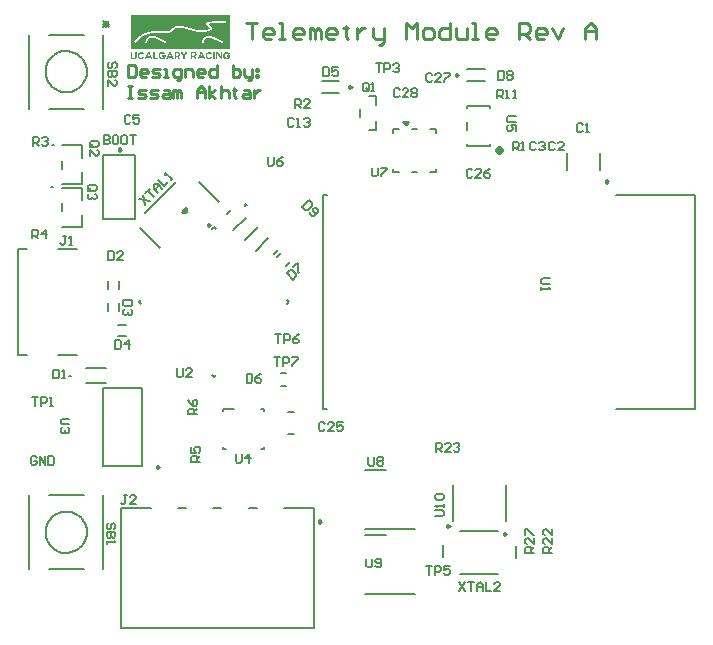
<source format=gto>
G04*
G04 #@! TF.GenerationSoftware,Altium Limited,Altium Designer,25.0.2 (28)*
G04*
G04 Layer_Color=65535*
%FSLAX25Y25*%
%MOIN*%
G70*
G04*
G04 #@! TF.SameCoordinates,77BAF947-F79B-4421-9DE9-08F6AA71662D*
G04*
G04*
G04 #@! TF.FilePolarity,Positive*
G04*
G01*
G75*
%ADD10C,0.00600*%
%ADD11C,0.00984*%
%ADD12C,0.00500*%
%ADD13C,0.00787*%
%ADD14C,0.01000*%
%ADD15C,0.01500*%
%ADD16C,0.00500*%
G36*
X68541Y182852D02*
X35276D01*
Y193953D01*
X68541D01*
Y182852D01*
D02*
G37*
G36*
X67399Y181710D02*
X67511D01*
Y181692D01*
X67586D01*
Y181673D01*
X67661D01*
Y181654D01*
X67699D01*
Y181635D01*
X67755D01*
Y181617D01*
X67792D01*
Y181598D01*
X67830D01*
Y181579D01*
X67867D01*
Y181561D01*
X67886D01*
Y181542D01*
X67923D01*
Y181523D01*
X67961D01*
Y181504D01*
X67979D01*
Y181486D01*
X67998D01*
Y181467D01*
X68036D01*
Y181448D01*
X68054D01*
Y181430D01*
X68073D01*
Y181411D01*
X68092D01*
Y181392D01*
X68110D01*
Y181373D01*
X68129D01*
Y181355D01*
X68148D01*
Y181336D01*
X68167D01*
Y181317D01*
X68185D01*
Y181298D01*
X68204D01*
Y181280D01*
X68223D01*
Y181242D01*
X68242D01*
Y181224D01*
X68260D01*
Y181205D01*
X68279D01*
Y181167D01*
X68298D01*
Y181149D01*
X68316D01*
Y181093D01*
X68279D01*
Y181074D01*
X68242D01*
Y181055D01*
X68204D01*
Y181036D01*
X68167D01*
Y181018D01*
X68129D01*
Y180999D01*
X68092D01*
Y180980D01*
X68054D01*
Y180962D01*
X68017D01*
Y180943D01*
X67979D01*
Y180924D01*
X67942D01*
Y180905D01*
X67905D01*
Y180887D01*
X67867D01*
Y180905D01*
X67848D01*
Y180924D01*
X67830D01*
Y180943D01*
X67811D01*
Y180980D01*
X67792D01*
Y180999D01*
X67773D01*
Y181018D01*
X67755D01*
Y181036D01*
X67736D01*
Y181055D01*
X67717D01*
Y181074D01*
X67699D01*
Y181093D01*
X67661D01*
Y181111D01*
X67642D01*
Y181130D01*
X67605D01*
Y181149D01*
X67568D01*
Y181167D01*
X67530D01*
Y181186D01*
X67474D01*
Y181205D01*
X67380D01*
Y181224D01*
X67156D01*
Y181205D01*
X67062D01*
Y181186D01*
X67006D01*
Y181167D01*
X66969D01*
Y181149D01*
X66931D01*
Y181130D01*
X66894D01*
Y181111D01*
X66875D01*
Y181093D01*
X66838D01*
Y181074D01*
X66819D01*
Y181055D01*
X66800D01*
Y181036D01*
X66763D01*
Y181018D01*
X66744D01*
Y180980D01*
X66725D01*
Y180962D01*
X66707D01*
Y180943D01*
X66688D01*
Y180924D01*
X66669D01*
Y180887D01*
X66650D01*
Y180868D01*
X66632D01*
Y180812D01*
X66613D01*
Y180774D01*
X66594D01*
Y180737D01*
X66575D01*
Y180643D01*
X66557D01*
Y180381D01*
X66575D01*
Y180288D01*
X66594D01*
Y180250D01*
X66613D01*
Y180194D01*
X66632D01*
Y180157D01*
X66650D01*
Y180138D01*
X66669D01*
Y180100D01*
X66688D01*
Y180082D01*
X66707D01*
Y180063D01*
X66725D01*
Y180025D01*
X66744D01*
Y180007D01*
X66763D01*
Y179988D01*
X66781D01*
Y179969D01*
X66819D01*
Y179951D01*
X66838D01*
Y179932D01*
X66856D01*
Y179913D01*
X66894D01*
Y179894D01*
X66931D01*
Y179876D01*
X66969D01*
Y179857D01*
X67006D01*
Y179838D01*
X67062D01*
Y179820D01*
X67156D01*
Y179801D01*
X67380D01*
Y179820D01*
X67474D01*
Y179838D01*
X67530D01*
Y179857D01*
X67586D01*
Y179876D01*
X67624D01*
Y179894D01*
X67661D01*
Y179913D01*
X67680D01*
Y179932D01*
X67717D01*
Y179951D01*
X67736D01*
Y179969D01*
X67755D01*
Y179988D01*
X67773D01*
Y180007D01*
X67792D01*
Y180025D01*
X67811D01*
Y180044D01*
X67830D01*
Y180063D01*
X67848D01*
Y180100D01*
X67867D01*
Y180138D01*
X67886D01*
Y180157D01*
X67268D01*
Y180587D01*
X68466D01*
Y180400D01*
X68447D01*
Y180250D01*
X68429D01*
Y180157D01*
X68410D01*
Y180082D01*
X68391D01*
Y180025D01*
X68372D01*
Y179988D01*
X68354D01*
Y179951D01*
X68335D01*
Y179913D01*
X68316D01*
Y179876D01*
X68298D01*
Y179857D01*
X68279D01*
Y179820D01*
X68260D01*
Y179801D01*
X68242D01*
Y179763D01*
X68223D01*
Y179745D01*
X68204D01*
Y179726D01*
X68185D01*
Y179707D01*
X68167D01*
Y179689D01*
X68148D01*
Y179670D01*
X68129D01*
Y179651D01*
X68110D01*
Y179632D01*
X68092D01*
Y179614D01*
X68073D01*
Y179595D01*
X68054D01*
Y179576D01*
X68036D01*
Y179558D01*
X68017D01*
Y179539D01*
X67979D01*
Y179520D01*
X67961D01*
Y179501D01*
X67923D01*
Y179483D01*
X67905D01*
Y179464D01*
X67867D01*
Y179445D01*
X67830D01*
Y179427D01*
X67792D01*
Y179408D01*
X67755D01*
Y179389D01*
X67717D01*
Y179370D01*
X67661D01*
Y179352D01*
X67605D01*
Y179333D01*
X67530D01*
Y179314D01*
X67436D01*
Y179295D01*
X67100D01*
Y179314D01*
X67006D01*
Y179333D01*
X66931D01*
Y179352D01*
X66875D01*
Y179370D01*
X66819D01*
Y179389D01*
X66781D01*
Y179408D01*
X66725D01*
Y179427D01*
X66688D01*
Y179445D01*
X66669D01*
Y179464D01*
X66632D01*
Y179483D01*
X66594D01*
Y179501D01*
X66575D01*
Y179520D01*
X66557D01*
Y179539D01*
X66519D01*
Y179558D01*
X66501D01*
Y179576D01*
X66482D01*
Y179595D01*
X66463D01*
Y179614D01*
X66444D01*
Y179632D01*
X66407D01*
Y179651D01*
X66388D01*
Y179689D01*
X66369D01*
Y179707D01*
X66351D01*
Y179726D01*
X66332D01*
Y179745D01*
X66313D01*
Y179763D01*
X66295D01*
Y179801D01*
X66276D01*
Y179820D01*
X66257D01*
Y179838D01*
X66238D01*
Y179876D01*
X66220D01*
Y179913D01*
X66201D01*
Y179932D01*
X66182D01*
Y179969D01*
X66164D01*
Y180025D01*
X66145D01*
Y180063D01*
X66126D01*
Y180119D01*
X66107D01*
Y180175D01*
X66089D01*
Y180250D01*
X66070D01*
Y180344D01*
X66051D01*
Y180681D01*
X66070D01*
Y180774D01*
X66089D01*
Y180849D01*
X66107D01*
Y180905D01*
X66126D01*
Y180962D01*
X66145D01*
Y180999D01*
X66164D01*
Y181036D01*
X66182D01*
Y181093D01*
X66201D01*
Y181111D01*
X66220D01*
Y181149D01*
X66238D01*
Y181186D01*
X66257D01*
Y181205D01*
X66276D01*
Y181224D01*
X66295D01*
Y181261D01*
X66313D01*
Y181280D01*
X66332D01*
Y181298D01*
X66351D01*
Y181317D01*
X66369D01*
Y181336D01*
X66388D01*
Y181355D01*
X66407D01*
Y181373D01*
X66426D01*
Y181392D01*
X66444D01*
Y181411D01*
X66463D01*
Y181430D01*
X66482D01*
Y181448D01*
X66501D01*
Y181467D01*
X66519D01*
Y181486D01*
X66557D01*
Y181504D01*
X66575D01*
Y181523D01*
X66613D01*
Y181542D01*
X66632D01*
Y181561D01*
X66669D01*
Y181579D01*
X66707D01*
Y181598D01*
X66744D01*
Y181617D01*
X66781D01*
Y181635D01*
X66819D01*
Y181654D01*
X66875D01*
Y181673D01*
X66931D01*
Y181692D01*
X67006D01*
Y181710D01*
X67137D01*
Y181729D01*
X67399D01*
Y181710D01*
D02*
G37*
G36*
X61633Y181692D02*
X61727D01*
Y181673D01*
X61802D01*
Y181654D01*
X61858D01*
Y181635D01*
X61896D01*
Y181617D01*
X61952D01*
Y181598D01*
X61989D01*
Y181579D01*
X62027D01*
Y181561D01*
X62064D01*
Y181542D01*
X62083D01*
Y181523D01*
X62120D01*
Y181504D01*
X62139D01*
Y181486D01*
X62176D01*
Y181467D01*
X62195D01*
Y181448D01*
X62214D01*
Y181430D01*
X62233D01*
Y181411D01*
X62251D01*
Y181392D01*
X62270D01*
Y181373D01*
X62289D01*
Y181355D01*
X62307D01*
Y181336D01*
X62326D01*
Y181317D01*
X62345D01*
Y181298D01*
X62363D01*
Y181280D01*
X62382D01*
Y181261D01*
X62401D01*
Y181224D01*
X62420D01*
Y181205D01*
X62438D01*
Y181186D01*
X62457D01*
Y181149D01*
X62476D01*
Y181130D01*
X62495D01*
Y181093D01*
X62457D01*
Y181074D01*
X62420D01*
Y181055D01*
X62382D01*
Y181036D01*
X62345D01*
Y181018D01*
X62326D01*
Y180999D01*
X62289D01*
Y180980D01*
X62251D01*
Y180962D01*
X62214D01*
Y180943D01*
X62176D01*
Y180924D01*
X62139D01*
Y180905D01*
X62083D01*
Y180887D01*
X62045D01*
Y180905D01*
X62027D01*
Y180943D01*
X62008D01*
Y180962D01*
X61989D01*
Y180980D01*
X61970D01*
Y180999D01*
X61952D01*
Y181018D01*
X61933D01*
Y181036D01*
X61914D01*
Y181055D01*
X61896D01*
Y181074D01*
X61877D01*
Y181093D01*
X61839D01*
Y181111D01*
X61821D01*
Y181130D01*
X61783D01*
Y181149D01*
X61746D01*
Y181167D01*
X61690D01*
Y181186D01*
X61633D01*
Y181205D01*
X61502D01*
Y181224D01*
X61409D01*
Y181205D01*
X61296D01*
Y181186D01*
X61222D01*
Y181167D01*
X61184D01*
Y181149D01*
X61147D01*
Y181130D01*
X61109D01*
Y181111D01*
X61072D01*
Y181093D01*
X61053D01*
Y181074D01*
X61035D01*
Y181055D01*
X60997D01*
Y181036D01*
X60978D01*
Y181018D01*
X60960D01*
Y180999D01*
X60941D01*
Y180980D01*
X60922D01*
Y180943D01*
X60903D01*
Y180924D01*
X60885D01*
Y180905D01*
X60866D01*
Y180868D01*
X60847D01*
Y180830D01*
X60829D01*
Y180793D01*
X60810D01*
Y180737D01*
X60791D01*
Y180681D01*
X60772D01*
Y180362D01*
X60791D01*
Y180288D01*
X60810D01*
Y180250D01*
X60829D01*
Y180213D01*
X60847D01*
Y180175D01*
X60866D01*
Y180138D01*
X60885D01*
Y180119D01*
X60903D01*
Y180082D01*
X60922D01*
Y180063D01*
X60941D01*
Y180044D01*
X60960D01*
Y180025D01*
X60978D01*
Y180007D01*
X60997D01*
Y179988D01*
X61016D01*
Y179969D01*
X61053D01*
Y179951D01*
X61072D01*
Y179932D01*
X61091D01*
Y179913D01*
X61128D01*
Y179894D01*
X61165D01*
Y179876D01*
X61222D01*
Y179857D01*
X61278D01*
Y179838D01*
X61353D01*
Y179820D01*
X61577D01*
Y179838D01*
X61652D01*
Y179857D01*
X61708D01*
Y179876D01*
X61765D01*
Y179894D01*
X61802D01*
Y179913D01*
X61821D01*
Y179932D01*
X61858D01*
Y179951D01*
X61877D01*
Y179969D01*
X61914D01*
Y179988D01*
X61933D01*
Y180007D01*
X61952D01*
Y180025D01*
X61970D01*
Y180044D01*
X61989D01*
Y180082D01*
X62008D01*
Y180100D01*
X62027D01*
Y180119D01*
X62045D01*
Y180157D01*
X62064D01*
Y180194D01*
X62083D01*
Y180175D01*
X62120D01*
Y180157D01*
X62158D01*
Y180138D01*
X62195D01*
Y180119D01*
X62214D01*
Y180100D01*
X62251D01*
Y180082D01*
X62289D01*
Y180063D01*
X62326D01*
Y180044D01*
X62363D01*
Y180025D01*
X62401D01*
Y180007D01*
X62438D01*
Y179988D01*
X62476D01*
Y179969D01*
X62513D01*
Y179932D01*
X62495D01*
Y179913D01*
X62476D01*
Y179876D01*
X62457D01*
Y179857D01*
X62438D01*
Y179820D01*
X62420D01*
Y179801D01*
X62401D01*
Y179782D01*
X62382D01*
Y179745D01*
X62363D01*
Y179726D01*
X62345D01*
Y179707D01*
X62326D01*
Y179689D01*
X62307D01*
Y179670D01*
X62289D01*
Y179651D01*
X62270D01*
Y179632D01*
X62251D01*
Y179614D01*
X62233D01*
Y179595D01*
X62214D01*
Y179576D01*
X62176D01*
Y179558D01*
X62158D01*
Y179539D01*
X62120D01*
Y179520D01*
X62102D01*
Y179501D01*
X62064D01*
Y179483D01*
X62045D01*
Y179464D01*
X62008D01*
Y179445D01*
X61970D01*
Y179427D01*
X61914D01*
Y179408D01*
X61877D01*
Y179389D01*
X61821D01*
Y179370D01*
X61746D01*
Y179352D01*
X61652D01*
Y179333D01*
X61278D01*
Y179352D01*
X61184D01*
Y179370D01*
X61109D01*
Y179389D01*
X61053D01*
Y179408D01*
X61016D01*
Y179427D01*
X60960D01*
Y179445D01*
X60922D01*
Y179464D01*
X60885D01*
Y179483D01*
X60866D01*
Y179501D01*
X60829D01*
Y179520D01*
X60791D01*
Y179539D01*
X60772D01*
Y179558D01*
X60754D01*
Y179576D01*
X60716D01*
Y179595D01*
X60698D01*
Y179614D01*
X60679D01*
Y179632D01*
X60660D01*
Y179651D01*
X60641D01*
Y179670D01*
X60623D01*
Y179689D01*
X60604D01*
Y179707D01*
X60585D01*
Y179726D01*
X60567D01*
Y179745D01*
X60548D01*
Y179763D01*
X60529D01*
Y179782D01*
X60510D01*
Y179820D01*
X60492D01*
Y179838D01*
X60473D01*
Y179857D01*
X60454D01*
Y179894D01*
X60435D01*
Y179932D01*
X60417D01*
Y179969D01*
X60398D01*
Y180007D01*
X60379D01*
Y180044D01*
X60361D01*
Y180082D01*
X60342D01*
Y180138D01*
X60323D01*
Y180194D01*
X60304D01*
Y180269D01*
X60286D01*
Y180381D01*
X60267D01*
Y180643D01*
X60286D01*
Y180756D01*
X60304D01*
Y180830D01*
X60323D01*
Y180905D01*
X60342D01*
Y180943D01*
X60361D01*
Y180999D01*
X60379D01*
Y181036D01*
X60398D01*
Y181074D01*
X60417D01*
Y181111D01*
X60435D01*
Y181130D01*
X60454D01*
Y181167D01*
X60473D01*
Y181205D01*
X60492D01*
Y181224D01*
X60510D01*
Y181242D01*
X60529D01*
Y181280D01*
X60548D01*
Y181298D01*
X60567D01*
Y181317D01*
X60585D01*
Y181336D01*
X60604D01*
Y181355D01*
X60623D01*
Y181373D01*
X60641D01*
Y181392D01*
X60660D01*
Y181411D01*
X60679D01*
Y181430D01*
X60698D01*
Y181448D01*
X60735D01*
Y181467D01*
X60754D01*
Y181486D01*
X60772D01*
Y181504D01*
X60810D01*
Y181523D01*
X60847D01*
Y181542D01*
X60866D01*
Y181561D01*
X60903D01*
Y181579D01*
X60941D01*
Y181598D01*
X60978D01*
Y181617D01*
X61016D01*
Y181635D01*
X61072D01*
Y181654D01*
X61128D01*
Y181673D01*
X61203D01*
Y181692D01*
X61315D01*
Y181710D01*
X61633D01*
Y181692D01*
D02*
G37*
G36*
X45946Y181710D02*
X46059D01*
Y181692D01*
X46134D01*
Y181673D01*
X46190D01*
Y181654D01*
X46246D01*
Y181635D01*
X46284D01*
Y181617D01*
X46340D01*
Y181598D01*
X46377D01*
Y181579D01*
X46396D01*
Y181561D01*
X46433D01*
Y181542D01*
X46471D01*
Y181523D01*
X46489D01*
Y181504D01*
X46527D01*
Y181486D01*
X46546D01*
Y181467D01*
X46564D01*
Y181448D01*
X46583D01*
Y181430D01*
X46602D01*
Y181411D01*
X46639D01*
Y181392D01*
X46658D01*
Y181373D01*
X46677D01*
Y181355D01*
X46695D01*
Y181336D01*
X46714D01*
Y181298D01*
X46733D01*
Y181280D01*
X46751D01*
Y181261D01*
X46770D01*
Y181242D01*
X46789D01*
Y181224D01*
X46808D01*
Y181186D01*
X46826D01*
Y181167D01*
X46845D01*
Y181130D01*
X46864D01*
Y181093D01*
X46826D01*
Y181074D01*
X46789D01*
Y181055D01*
X46751D01*
Y181036D01*
X46714D01*
Y181018D01*
X46677D01*
Y180999D01*
X46639D01*
Y180980D01*
X46602D01*
Y180962D01*
X46564D01*
Y180943D01*
X46527D01*
Y180924D01*
X46489D01*
Y180905D01*
X46452D01*
Y180887D01*
X46396D01*
Y180924D01*
X46377D01*
Y180943D01*
X46358D01*
Y180962D01*
X46340D01*
Y180999D01*
X46321D01*
Y181018D01*
X46302D01*
Y181036D01*
X46284D01*
Y181055D01*
X46246D01*
Y181074D01*
X46227D01*
Y181093D01*
X46209D01*
Y181111D01*
X46171D01*
Y181130D01*
X46134D01*
Y181149D01*
X46115D01*
Y181167D01*
X46059D01*
Y181186D01*
X46003D01*
Y181205D01*
X45909D01*
Y181224D01*
X45684D01*
Y181205D01*
X45610D01*
Y181186D01*
X45553D01*
Y181167D01*
X45497D01*
Y181149D01*
X45460D01*
Y181130D01*
X45441D01*
Y181111D01*
X45404D01*
Y181093D01*
X45385D01*
Y181074D01*
X45347D01*
Y181055D01*
X45329D01*
Y181036D01*
X45310D01*
Y181018D01*
X45291D01*
Y180999D01*
X45273D01*
Y180980D01*
X45254D01*
Y180962D01*
X45235D01*
Y180924D01*
X45217D01*
Y180905D01*
X45198D01*
Y180868D01*
X45179D01*
Y180830D01*
X45160D01*
Y180793D01*
X45142D01*
Y180756D01*
X45123D01*
Y180681D01*
X45104D01*
Y180550D01*
X45085D01*
Y180475D01*
X45104D01*
Y180344D01*
X45123D01*
Y180269D01*
X45142D01*
Y180231D01*
X45160D01*
Y180194D01*
X45179D01*
Y180157D01*
X45198D01*
Y180119D01*
X45217D01*
Y180100D01*
X45235D01*
Y180063D01*
X45254D01*
Y180044D01*
X45273D01*
Y180025D01*
X45291D01*
Y180007D01*
X45310D01*
Y179988D01*
X45329D01*
Y179969D01*
X45347D01*
Y179951D01*
X45385D01*
Y179932D01*
X45404D01*
Y179913D01*
X45441D01*
Y179894D01*
X45460D01*
Y179876D01*
X45497D01*
Y179857D01*
X45553D01*
Y179838D01*
X45610D01*
Y179820D01*
X45684D01*
Y179801D01*
X45928D01*
Y179820D01*
X46003D01*
Y179838D01*
X46078D01*
Y179857D01*
X46115D01*
Y179876D01*
X46152D01*
Y179894D01*
X46190D01*
Y179913D01*
X46227D01*
Y179932D01*
X46246D01*
Y179951D01*
X46284D01*
Y179969D01*
X46302D01*
Y179988D01*
X46321D01*
Y180007D01*
X46340D01*
Y180025D01*
X46358D01*
Y180063D01*
X46377D01*
Y180082D01*
X46396D01*
Y180119D01*
X46415D01*
Y180157D01*
X45797D01*
Y180587D01*
X47014D01*
Y180493D01*
X46995D01*
Y180288D01*
X46976D01*
Y180175D01*
X46957D01*
Y180100D01*
X46939D01*
Y180044D01*
X46920D01*
Y179988D01*
X46901D01*
Y179951D01*
X46883D01*
Y179932D01*
X46864D01*
Y179894D01*
X46845D01*
Y179857D01*
X46826D01*
Y179838D01*
X46808D01*
Y179801D01*
X46789D01*
Y179782D01*
X46770D01*
Y179763D01*
X46751D01*
Y179726D01*
X46733D01*
Y179707D01*
X46714D01*
Y179689D01*
X46695D01*
Y179670D01*
X46677D01*
Y179651D01*
X46658D01*
Y179632D01*
X46639D01*
Y179614D01*
X46620D01*
Y179595D01*
X46602D01*
Y179576D01*
X46583D01*
Y179558D01*
X46546D01*
Y179539D01*
X46527D01*
Y179520D01*
X46508D01*
Y179501D01*
X46471D01*
Y179483D01*
X46452D01*
Y179464D01*
X46415D01*
Y179445D01*
X46377D01*
Y179427D01*
X46340D01*
Y179408D01*
X46302D01*
Y179389D01*
X46246D01*
Y179370D01*
X46209D01*
Y179352D01*
X46152D01*
Y179333D01*
X46078D01*
Y179314D01*
X45965D01*
Y179295D01*
X45647D01*
Y179314D01*
X45535D01*
Y179333D01*
X45460D01*
Y179352D01*
X45404D01*
Y179370D01*
X45366D01*
Y179389D01*
X45310D01*
Y179408D01*
X45273D01*
Y179427D01*
X45235D01*
Y179445D01*
X45198D01*
Y179464D01*
X45179D01*
Y179483D01*
X45142D01*
Y179501D01*
X45104D01*
Y179520D01*
X45085D01*
Y179539D01*
X45067D01*
Y179558D01*
X45029D01*
Y179576D01*
X45011D01*
Y179595D01*
X44992D01*
Y179614D01*
X44973D01*
Y179632D01*
X44954D01*
Y179651D01*
X44936D01*
Y179670D01*
X44917D01*
Y179689D01*
X44898D01*
Y179707D01*
X44879D01*
Y179726D01*
X44861D01*
Y179763D01*
X44842D01*
Y179782D01*
X44823D01*
Y179801D01*
X44805D01*
Y179838D01*
X44786D01*
Y179857D01*
X44767D01*
Y179894D01*
X44748D01*
Y179932D01*
X44730D01*
Y179969D01*
X44711D01*
Y180007D01*
X44692D01*
Y180044D01*
X44674D01*
Y180100D01*
X44655D01*
Y180138D01*
X44636D01*
Y180213D01*
X44618D01*
Y180306D01*
X44599D01*
Y180493D01*
X44580D01*
Y180531D01*
X44599D01*
Y180718D01*
X44618D01*
Y180812D01*
X44636D01*
Y180887D01*
X44655D01*
Y180924D01*
X44674D01*
Y180980D01*
X44692D01*
Y181018D01*
X44711D01*
Y181055D01*
X44730D01*
Y181093D01*
X44748D01*
Y181130D01*
X44767D01*
Y181149D01*
X44786D01*
Y181186D01*
X44805D01*
Y181205D01*
X44823D01*
Y181242D01*
X44842D01*
Y181261D01*
X44861D01*
Y181280D01*
X44879D01*
Y181317D01*
X44898D01*
Y181336D01*
X44917D01*
Y181355D01*
X44936D01*
Y181373D01*
X44954D01*
Y181392D01*
X44973D01*
Y181411D01*
X44992D01*
Y181430D01*
X45029D01*
Y181448D01*
X45048D01*
Y181467D01*
X45067D01*
Y181486D01*
X45085D01*
Y181504D01*
X45123D01*
Y181523D01*
X45142D01*
Y181542D01*
X45179D01*
Y181561D01*
X45217D01*
Y181579D01*
X45235D01*
Y181598D01*
X45273D01*
Y181617D01*
X45329D01*
Y181635D01*
X45366D01*
Y181654D01*
X45422D01*
Y181673D01*
X45479D01*
Y181692D01*
X45553D01*
Y181710D01*
X45666D01*
Y181729D01*
X45946D01*
Y181710D01*
D02*
G37*
G36*
X38964Y181692D02*
X39077D01*
Y181673D01*
X39133D01*
Y181654D01*
X39208D01*
Y181635D01*
X39245D01*
Y181617D01*
X39301D01*
Y181598D01*
X39338D01*
Y181579D01*
X39376D01*
Y181561D01*
X39395D01*
Y181542D01*
X39432D01*
Y181523D01*
X39470D01*
Y181504D01*
X39488D01*
Y181486D01*
X39507D01*
Y181467D01*
X39544D01*
Y181448D01*
X39563D01*
Y181430D01*
X39582D01*
Y181411D01*
X39601D01*
Y181392D01*
X39619D01*
Y181373D01*
X39638D01*
Y181355D01*
X39657D01*
Y181336D01*
X39676D01*
Y181317D01*
X39694D01*
Y181298D01*
X39713D01*
Y181280D01*
X39732D01*
Y181242D01*
X39750D01*
Y181224D01*
X39769D01*
Y181205D01*
X39788D01*
Y181167D01*
X39807D01*
Y181149D01*
X39825D01*
Y181111D01*
X39844D01*
Y181093D01*
X39807D01*
Y181074D01*
X39769D01*
Y181055D01*
X39732D01*
Y181036D01*
X39694D01*
Y181018D01*
X39657D01*
Y180999D01*
X39619D01*
Y180980D01*
X39582D01*
Y180962D01*
X39544D01*
Y180943D01*
X39507D01*
Y180924D01*
X39470D01*
Y180905D01*
X39432D01*
Y180887D01*
X39395D01*
Y180905D01*
X39376D01*
Y180924D01*
X39357D01*
Y180962D01*
X39338D01*
Y180980D01*
X39320D01*
Y180999D01*
X39301D01*
Y181018D01*
X39282D01*
Y181036D01*
X39264D01*
Y181055D01*
X39245D01*
Y181074D01*
X39208D01*
Y181093D01*
X39189D01*
Y181111D01*
X39151D01*
Y181130D01*
X39133D01*
Y181149D01*
X39095D01*
Y181167D01*
X39039D01*
Y181186D01*
X38983D01*
Y181205D01*
X38852D01*
Y181224D01*
X38758D01*
Y181205D01*
X38627D01*
Y181186D01*
X38571D01*
Y181167D01*
X38534D01*
Y181149D01*
X38496D01*
Y181130D01*
X38459D01*
Y181111D01*
X38421D01*
Y181093D01*
X38403D01*
Y181074D01*
X38365D01*
Y181055D01*
X38346D01*
Y181036D01*
X38328D01*
Y181018D01*
X38309D01*
Y180999D01*
X38290D01*
Y180980D01*
X38271D01*
Y180962D01*
X38253D01*
Y180924D01*
X38234D01*
Y180905D01*
X38215D01*
Y180868D01*
X38197D01*
Y180830D01*
X38178D01*
Y180793D01*
X38159D01*
Y180756D01*
X38140D01*
Y180681D01*
X38122D01*
Y180568D01*
X38103D01*
Y180475D01*
X38122D01*
Y180344D01*
X38140D01*
Y180288D01*
X38159D01*
Y180231D01*
X38178D01*
Y180194D01*
X38197D01*
Y180157D01*
X38215D01*
Y180138D01*
X38234D01*
Y180100D01*
X38253D01*
Y180082D01*
X38271D01*
Y180063D01*
X38290D01*
Y180044D01*
X38309D01*
Y180025D01*
X38328D01*
Y180007D01*
X38346D01*
Y179988D01*
X38365D01*
Y179969D01*
X38384D01*
Y179951D01*
X38421D01*
Y179932D01*
X38440D01*
Y179913D01*
X38478D01*
Y179894D01*
X38515D01*
Y179876D01*
X38552D01*
Y179857D01*
X38609D01*
Y179838D01*
X38702D01*
Y179820D01*
X38908D01*
Y179838D01*
X39002D01*
Y179857D01*
X39058D01*
Y179876D01*
X39095D01*
Y179894D01*
X39133D01*
Y179913D01*
X39170D01*
Y179932D01*
X39208D01*
Y179951D01*
X39226D01*
Y179969D01*
X39245D01*
Y179988D01*
X39264D01*
Y180007D01*
X39301D01*
Y180025D01*
X39320D01*
Y180063D01*
X39338D01*
Y180082D01*
X39357D01*
Y180100D01*
X39376D01*
Y180138D01*
X39395D01*
Y180157D01*
X39413D01*
Y180194D01*
X39432D01*
Y180175D01*
X39451D01*
Y180157D01*
X39488D01*
Y180138D01*
X39526D01*
Y180119D01*
X39563D01*
Y180100D01*
X39601D01*
Y180082D01*
X39638D01*
Y180063D01*
X39676D01*
Y180044D01*
X39713D01*
Y180025D01*
X39750D01*
Y180007D01*
X39788D01*
Y179988D01*
X39825D01*
Y179969D01*
X39863D01*
Y179951D01*
X39844D01*
Y179913D01*
X39825D01*
Y179876D01*
X39807D01*
Y179857D01*
X39788D01*
Y179820D01*
X39769D01*
Y179801D01*
X39750D01*
Y179782D01*
X39732D01*
Y179763D01*
X39713D01*
Y179726D01*
X39694D01*
Y179707D01*
X39676D01*
Y179689D01*
X39657D01*
Y179670D01*
X39638D01*
Y179651D01*
X39619D01*
Y179632D01*
X39601D01*
Y179614D01*
X39582D01*
Y179595D01*
X39544D01*
Y179576D01*
X39526D01*
Y179558D01*
X39507D01*
Y179539D01*
X39470D01*
Y179520D01*
X39451D01*
Y179501D01*
X39413D01*
Y179483D01*
X39376D01*
Y179464D01*
X39338D01*
Y179445D01*
X39301D01*
Y179427D01*
X39264D01*
Y179408D01*
X39226D01*
Y179389D01*
X39170D01*
Y179370D01*
X39095D01*
Y179352D01*
X39002D01*
Y179333D01*
X38627D01*
Y179352D01*
X38534D01*
Y179370D01*
X38459D01*
Y179389D01*
X38403D01*
Y179408D01*
X38346D01*
Y179427D01*
X38309D01*
Y179445D01*
X38271D01*
Y179464D01*
X38234D01*
Y179483D01*
X38197D01*
Y179501D01*
X38178D01*
Y179520D01*
X38140D01*
Y179539D01*
X38122D01*
Y179558D01*
X38084D01*
Y179576D01*
X38066D01*
Y179595D01*
X38047D01*
Y179614D01*
X38028D01*
Y179632D01*
X38010D01*
Y179651D01*
X37972D01*
Y179670D01*
X37953D01*
Y179689D01*
X37935D01*
Y179726D01*
X37916D01*
Y179745D01*
X37897D01*
Y179763D01*
X37878D01*
Y179782D01*
X37860D01*
Y179801D01*
X37841D01*
Y179838D01*
X37822D01*
Y179857D01*
X37804D01*
Y179894D01*
X37785D01*
Y179932D01*
X37766D01*
Y179951D01*
X37747D01*
Y179988D01*
X37729D01*
Y180025D01*
X37710D01*
Y180082D01*
X37691D01*
Y180119D01*
X37672D01*
Y180194D01*
X37654D01*
Y180269D01*
X37635D01*
Y180362D01*
X37616D01*
Y180662D01*
X37635D01*
Y180774D01*
X37654D01*
Y180849D01*
X37672D01*
Y180905D01*
X37691D01*
Y180962D01*
X37710D01*
Y180999D01*
X37729D01*
Y181036D01*
X37747D01*
Y181074D01*
X37766D01*
Y181111D01*
X37785D01*
Y181149D01*
X37804D01*
Y181167D01*
X37822D01*
Y181205D01*
X37841D01*
Y181224D01*
X37860D01*
Y181242D01*
X37878D01*
Y181280D01*
X37897D01*
Y181298D01*
X37916D01*
Y181317D01*
X37935D01*
Y181336D01*
X37953D01*
Y181355D01*
X37972D01*
Y181373D01*
X37991D01*
Y181392D01*
X38010D01*
Y181411D01*
X38028D01*
Y181430D01*
X38047D01*
Y181448D01*
X38084D01*
Y181467D01*
X38103D01*
Y181486D01*
X38122D01*
Y181504D01*
X38159D01*
Y181523D01*
X38178D01*
Y181542D01*
X38215D01*
Y181561D01*
X38253D01*
Y181579D01*
X38290D01*
Y181598D01*
X38328D01*
Y181617D01*
X38365D01*
Y181635D01*
X38421D01*
Y181654D01*
X38478D01*
Y181673D01*
X38552D01*
Y181692D01*
X38665D01*
Y181710D01*
X38964D01*
Y181692D01*
D02*
G37*
G36*
X54164Y181635D02*
X54146D01*
Y181617D01*
X54127D01*
Y181579D01*
X54108D01*
Y181542D01*
X54089D01*
Y181523D01*
X54071D01*
Y181486D01*
X54052D01*
Y181448D01*
X54033D01*
Y181430D01*
X54015D01*
Y181392D01*
X53996D01*
Y181355D01*
X53977D01*
Y181336D01*
X53958D01*
Y181298D01*
X53940D01*
Y181261D01*
X53921D01*
Y181242D01*
X53902D01*
Y181205D01*
X53884D01*
Y181167D01*
X53865D01*
Y181149D01*
X53846D01*
Y181111D01*
X53827D01*
Y181074D01*
X53809D01*
Y181055D01*
X53790D01*
Y181018D01*
X53771D01*
Y180980D01*
X53753D01*
Y180962D01*
X53734D01*
Y180924D01*
X53715D01*
Y180887D01*
X53696D01*
Y180868D01*
X53678D01*
Y180830D01*
X53659D01*
Y180793D01*
X53640D01*
Y180774D01*
X53622D01*
Y180737D01*
X53603D01*
Y180699D01*
X53584D01*
Y180681D01*
X53565D01*
Y180643D01*
X53547D01*
Y180606D01*
X53528D01*
Y180587D01*
X53509D01*
Y180550D01*
X53491D01*
Y180512D01*
X53472D01*
Y180493D01*
X53453D01*
Y180456D01*
X53434D01*
Y180437D01*
X53416D01*
Y180400D01*
X53397D01*
Y180362D01*
X53378D01*
Y180344D01*
X53360D01*
Y180306D01*
X53341D01*
Y180269D01*
X53322D01*
Y180250D01*
X53303D01*
Y179333D01*
X52798D01*
Y180250D01*
X52779D01*
Y180288D01*
X52760D01*
Y180306D01*
X52742D01*
Y180344D01*
X52723D01*
Y180381D01*
X52704D01*
Y180400D01*
X52686D01*
Y180437D01*
X52667D01*
Y180475D01*
X52648D01*
Y180493D01*
X52629D01*
Y180531D01*
X52611D01*
Y180568D01*
X52592D01*
Y180587D01*
X52573D01*
Y180624D01*
X52555D01*
Y180662D01*
X52536D01*
Y180681D01*
X52517D01*
Y180718D01*
X52498D01*
Y180737D01*
X52480D01*
Y180774D01*
X52461D01*
Y180812D01*
X52442D01*
Y180830D01*
X52424D01*
Y180868D01*
X52405D01*
Y180905D01*
X52386D01*
Y180924D01*
X52367D01*
Y180962D01*
X52349D01*
Y180999D01*
X52330D01*
Y181018D01*
X52311D01*
Y181055D01*
X52292D01*
Y181093D01*
X52274D01*
Y181111D01*
X52255D01*
Y181149D01*
X52236D01*
Y181186D01*
X52218D01*
Y181205D01*
X52199D01*
Y181242D01*
X52180D01*
Y181280D01*
X52161D01*
Y181298D01*
X52143D01*
Y181336D01*
X52124D01*
Y181373D01*
X52105D01*
Y181392D01*
X52087D01*
Y181430D01*
X52068D01*
Y181467D01*
X52049D01*
Y181486D01*
X52030D01*
Y181523D01*
X52012D01*
Y181561D01*
X51993D01*
Y181579D01*
X51974D01*
Y181617D01*
X51955D01*
Y181654D01*
X51937D01*
Y181692D01*
X52498D01*
Y181673D01*
X52517D01*
Y181654D01*
X52536D01*
Y181617D01*
X52555D01*
Y181598D01*
X52573D01*
Y181561D01*
X52592D01*
Y181523D01*
X52611D01*
Y181486D01*
X52629D01*
Y181467D01*
X52648D01*
Y181430D01*
X52667D01*
Y181392D01*
X52686D01*
Y181373D01*
X52704D01*
Y181336D01*
X52723D01*
Y181298D01*
X52742D01*
Y181280D01*
X52760D01*
Y181242D01*
X52779D01*
Y181205D01*
X52798D01*
Y181186D01*
X52817D01*
Y181149D01*
X52835D01*
Y181111D01*
X52854D01*
Y181074D01*
X52873D01*
Y181055D01*
X52891D01*
Y181018D01*
X52910D01*
Y180980D01*
X52929D01*
Y180962D01*
X52948D01*
Y180924D01*
X52966D01*
Y180887D01*
X52985D01*
Y180868D01*
X53004D01*
Y180830D01*
X53022D01*
Y180793D01*
X53041D01*
Y180774D01*
X53079D01*
Y180812D01*
X53097D01*
Y180849D01*
X53116D01*
Y180868D01*
X53135D01*
Y180905D01*
X53154D01*
Y180943D01*
X53172D01*
Y180962D01*
X53191D01*
Y180999D01*
X53210D01*
Y181036D01*
X53228D01*
Y181055D01*
X53247D01*
Y181074D01*
Y181093D01*
X53266D01*
Y181130D01*
X53285D01*
Y181167D01*
X53303D01*
Y181186D01*
X53322D01*
Y181224D01*
X53341D01*
Y181261D01*
X53360D01*
Y181280D01*
X53378D01*
Y181317D01*
X53397D01*
Y181355D01*
X53416D01*
Y181373D01*
X53434D01*
Y181411D01*
X53453D01*
Y181448D01*
X53472D01*
Y181486D01*
X53491D01*
Y181504D01*
X53509D01*
Y181542D01*
X53528D01*
Y181579D01*
X53547D01*
Y181598D01*
X53565D01*
Y181635D01*
X53584D01*
Y181673D01*
X53603D01*
Y181692D01*
X54164D01*
Y181635D01*
D02*
G37*
G36*
X65845Y181598D02*
Y181579D01*
Y179333D01*
X65396D01*
Y179352D01*
X65377D01*
Y179370D01*
X65359D01*
Y179389D01*
X65340D01*
Y179427D01*
X65321D01*
Y179445D01*
X65302D01*
Y179483D01*
X65284D01*
Y179501D01*
X65265D01*
Y179520D01*
X65246D01*
Y179558D01*
X65228D01*
Y179576D01*
X65209D01*
Y179595D01*
X65190D01*
Y179632D01*
X65171D01*
Y179651D01*
X65153D01*
Y179670D01*
X65134D01*
Y179707D01*
X65115D01*
Y179726D01*
X65097D01*
Y179745D01*
X65078D01*
Y179782D01*
X65059D01*
Y179801D01*
X65040D01*
Y179838D01*
X65022D01*
Y179857D01*
X65003D01*
Y179876D01*
X64984D01*
Y179913D01*
X64966D01*
Y179932D01*
X64947D01*
Y179951D01*
X64928D01*
Y179988D01*
X64909D01*
Y180007D01*
X64891D01*
Y180025D01*
X64872D01*
Y180063D01*
X64853D01*
Y180082D01*
X64834D01*
Y180100D01*
X64816D01*
Y180138D01*
X64797D01*
Y180157D01*
X64778D01*
Y180194D01*
X64760D01*
Y180213D01*
X64741D01*
Y180231D01*
X64722D01*
Y180269D01*
X64704D01*
Y180288D01*
X64685D01*
Y180306D01*
X64666D01*
Y180344D01*
X64647D01*
Y180362D01*
X64629D01*
Y180381D01*
X64610D01*
Y180419D01*
X64591D01*
Y180437D01*
X64573D01*
Y180475D01*
X64554D01*
Y180493D01*
X64535D01*
Y180512D01*
X64516D01*
Y180550D01*
X64498D01*
Y180568D01*
X64479D01*
Y180587D01*
X64460D01*
Y180624D01*
X64441D01*
Y180643D01*
X64423D01*
Y180662D01*
X64404D01*
Y180699D01*
X64385D01*
Y180718D01*
X64367D01*
Y180756D01*
X64348D01*
Y180774D01*
X64329D01*
Y180793D01*
X64310D01*
Y180830D01*
X64292D01*
Y180849D01*
X64273D01*
Y180868D01*
X64254D01*
Y180905D01*
X64236D01*
Y180924D01*
X64217D01*
Y179333D01*
X63749D01*
Y181692D01*
X64348D01*
Y181673D01*
X64367D01*
Y181654D01*
X64385D01*
Y181635D01*
X64404D01*
Y181598D01*
X64423D01*
Y181579D01*
X64441D01*
Y181542D01*
X64460D01*
Y181523D01*
X64479D01*
Y181504D01*
X64498D01*
Y181467D01*
X64516D01*
Y181448D01*
X64535D01*
Y181430D01*
X64554D01*
Y181392D01*
X64573D01*
Y181373D01*
X64591D01*
Y181336D01*
X64610D01*
Y181317D01*
X64629D01*
Y181298D01*
X64647D01*
Y181261D01*
X64666D01*
Y181242D01*
X64685D01*
Y181205D01*
X64704D01*
Y181186D01*
X64722D01*
Y181167D01*
X64741D01*
Y181130D01*
X64760D01*
Y181111D01*
X64778D01*
Y181093D01*
X64797D01*
Y181055D01*
X64816D01*
Y181036D01*
X64834D01*
Y180999D01*
X64853D01*
Y180980D01*
X64872D01*
Y180962D01*
X64891D01*
Y180924D01*
X64909D01*
Y180905D01*
X64928D01*
Y180868D01*
X64947D01*
Y180849D01*
X64966D01*
Y180830D01*
X64984D01*
Y180793D01*
X65003D01*
Y180774D01*
X65022D01*
Y180737D01*
X65040D01*
Y180718D01*
X65059D01*
Y180699D01*
X65078D01*
Y180662D01*
X65097D01*
Y180643D01*
X65115D01*
Y180606D01*
X65134D01*
Y180587D01*
X65153D01*
Y180568D01*
X65171D01*
Y180531D01*
X65190D01*
Y180512D01*
X65209D01*
Y180475D01*
X65228D01*
Y180456D01*
X65246D01*
Y180437D01*
X65265D01*
Y180400D01*
X65284D01*
Y180381D01*
X65302D01*
Y180344D01*
X65321D01*
Y180325D01*
X65340D01*
Y180306D01*
X65359D01*
Y180269D01*
X65377D01*
Y180250D01*
X65396D01*
Y181692D01*
X65845D01*
Y181598D01*
D02*
G37*
G36*
X37298Y180063D02*
X37279D01*
Y179951D01*
X37261D01*
Y179876D01*
X37242D01*
Y179801D01*
X37223D01*
Y179763D01*
X37205D01*
Y179726D01*
X37186D01*
Y179689D01*
X37167D01*
Y179670D01*
X37148D01*
Y179632D01*
X37130D01*
Y179614D01*
X37111D01*
Y179576D01*
X37092D01*
Y179558D01*
X37073D01*
Y179539D01*
X37055D01*
Y179520D01*
X37036D01*
Y179501D01*
X37017D01*
Y179483D01*
X36980D01*
Y179464D01*
X36961D01*
Y179445D01*
X36942D01*
Y179427D01*
X36905D01*
Y179408D01*
X36868D01*
Y179389D01*
X36830D01*
Y179370D01*
X36793D01*
Y179352D01*
X36737D01*
Y179333D01*
X36680D01*
Y179314D01*
X36606D01*
Y179295D01*
X36474D01*
Y179277D01*
X36119D01*
Y179295D01*
X35988D01*
Y179314D01*
X35913D01*
Y179333D01*
X35838D01*
Y179352D01*
X35801D01*
Y179370D01*
X35744D01*
Y179389D01*
X35707D01*
Y179408D01*
X35688D01*
Y179427D01*
X35651D01*
Y179445D01*
X35613D01*
Y179464D01*
X35595D01*
Y179483D01*
X35576D01*
Y179501D01*
X35557D01*
Y179520D01*
X35539D01*
Y179539D01*
X35520D01*
Y179558D01*
X35501D01*
Y179576D01*
X35482D01*
Y179595D01*
X35464D01*
Y179632D01*
X35445D01*
Y179651D01*
X35426D01*
Y179689D01*
X35408D01*
Y179726D01*
X35389D01*
Y179763D01*
X35370D01*
Y179801D01*
X35351D01*
Y179857D01*
X35333D01*
Y179932D01*
X35314D01*
Y180044D01*
X35295D01*
Y181692D01*
X35819D01*
Y180025D01*
X35838D01*
Y179969D01*
X35857D01*
Y179913D01*
X35875D01*
Y179894D01*
X35894D01*
Y179857D01*
X35913D01*
Y179838D01*
X35932D01*
Y179820D01*
X35950D01*
Y179801D01*
X35988D01*
Y179782D01*
X36007D01*
Y179763D01*
X36044D01*
Y179745D01*
X36100D01*
Y179726D01*
X36212D01*
Y179707D01*
X36400D01*
Y179726D01*
X36493D01*
Y179745D01*
X36549D01*
Y179763D01*
X36606D01*
Y179782D01*
X36624D01*
Y179801D01*
X36643D01*
Y179820D01*
X36662D01*
Y179838D01*
X36680D01*
Y179857D01*
X36699D01*
Y179876D01*
X36718D01*
Y179913D01*
X36737D01*
Y179951D01*
X36755D01*
Y180025D01*
X36774D01*
Y181692D01*
X37298D01*
Y180063D01*
D02*
G37*
G36*
X43288Y179782D02*
X44486D01*
Y179352D01*
X42783D01*
Y179595D01*
Y179614D01*
Y181692D01*
X43288D01*
Y179782D01*
D02*
G37*
G36*
X63356Y179333D02*
X62831D01*
Y179520D01*
Y179539D01*
Y181692D01*
X63356D01*
Y179333D01*
D02*
G37*
G36*
X59106Y181654D02*
X59125D01*
Y181617D01*
X59144D01*
Y181579D01*
X59162D01*
Y181542D01*
X59181D01*
Y181504D01*
X59200D01*
Y181448D01*
X59219D01*
Y181411D01*
X59237D01*
Y181373D01*
X59256D01*
Y181336D01*
X59275D01*
Y181280D01*
X59294D01*
Y181242D01*
X59312D01*
Y181205D01*
X59331D01*
Y181167D01*
X59350D01*
Y181111D01*
X59368D01*
Y181074D01*
X59387D01*
Y181036D01*
X59406D01*
Y180999D01*
X59425D01*
Y180962D01*
X59443D01*
Y180905D01*
X59462D01*
Y180868D01*
X59481D01*
Y180830D01*
X59500D01*
Y180793D01*
X59518D01*
Y180737D01*
X59537D01*
Y180699D01*
X59556D01*
Y180662D01*
X59574D01*
Y180624D01*
X59593D01*
Y180568D01*
X59612D01*
Y180531D01*
X59631D01*
Y180493D01*
X59649D01*
Y180456D01*
X59668D01*
Y180419D01*
X59687D01*
Y180362D01*
X59705D01*
Y180325D01*
X59724D01*
Y180288D01*
X59743D01*
Y180250D01*
X59762D01*
Y180194D01*
X59780D01*
Y180157D01*
X59799D01*
Y180119D01*
X59818D01*
Y180082D01*
X59836D01*
Y180025D01*
X59855D01*
Y179988D01*
X59874D01*
Y179951D01*
X59893D01*
Y179913D01*
X59911D01*
Y179857D01*
X59930D01*
Y179820D01*
X59949D01*
Y179782D01*
X59967D01*
Y179745D01*
X59986D01*
Y179707D01*
X60005D01*
Y179651D01*
X60024D01*
Y179614D01*
X60042D01*
Y179576D01*
X60061D01*
Y179539D01*
X60080D01*
Y179483D01*
X60098D01*
Y179445D01*
X60117D01*
Y179408D01*
X60136D01*
Y179370D01*
X60155D01*
Y179333D01*
X59649D01*
Y179370D01*
X59631D01*
Y179408D01*
X59612D01*
Y179445D01*
X59593D01*
Y179501D01*
X59574D01*
Y179539D01*
X59556D01*
Y179576D01*
X59537D01*
Y179632D01*
X59518D01*
Y179670D01*
X59500D01*
Y179707D01*
X59481D01*
Y179745D01*
X59462D01*
Y179801D01*
X59443D01*
Y179838D01*
X59425D01*
Y179857D01*
X58245D01*
Y179838D01*
X58227D01*
Y179820D01*
X58208D01*
Y179763D01*
X58189D01*
Y179726D01*
X58170D01*
Y179689D01*
X58152D01*
Y179651D01*
X58133D01*
Y179614D01*
X58114D01*
Y179576D01*
X58096D01*
Y179539D01*
X58077D01*
Y179501D01*
X58058D01*
Y179464D01*
X58039D01*
Y179427D01*
X58021D01*
Y179370D01*
X58002D01*
Y179333D01*
X57515D01*
Y179352D01*
X57534D01*
Y179389D01*
X57553D01*
Y179427D01*
X57571D01*
Y179483D01*
X57590D01*
Y179520D01*
X57609D01*
Y179558D01*
X57627D01*
Y179595D01*
X57646D01*
Y179632D01*
X57665D01*
Y179689D01*
X57684D01*
Y179726D01*
X57702D01*
Y179763D01*
X57721D01*
Y179801D01*
X57740D01*
Y179838D01*
X57759D01*
Y179894D01*
X57777D01*
Y179932D01*
X57796D01*
Y179969D01*
X57815D01*
Y180007D01*
X57833D01*
Y180044D01*
X57852D01*
Y180100D01*
X57871D01*
Y180138D01*
X57890D01*
Y180175D01*
X57908D01*
Y180213D01*
X57927D01*
Y180250D01*
X57946D01*
Y180288D01*
X57964D01*
Y180344D01*
X57983D01*
Y180381D01*
X58002D01*
Y180419D01*
X58021D01*
Y180456D01*
X58039D01*
Y180493D01*
X58058D01*
Y180550D01*
X58077D01*
Y180587D01*
X58096D01*
Y180624D01*
X58114D01*
Y180662D01*
X58133D01*
Y180699D01*
X58152D01*
Y180756D01*
X58170D01*
Y180793D01*
X58189D01*
Y180830D01*
X58208D01*
Y180868D01*
X58227D01*
Y180905D01*
X58245D01*
Y180962D01*
X58264D01*
Y180999D01*
X58283D01*
Y181036D01*
X58301D01*
Y181074D01*
X58320D01*
Y181111D01*
X58339D01*
Y181167D01*
X58358D01*
Y181205D01*
X58376D01*
Y181242D01*
X58395D01*
Y181280D01*
X58414D01*
Y181317D01*
X58432D01*
Y181373D01*
X58451D01*
Y181411D01*
X58470D01*
Y181448D01*
X58489D01*
Y181486D01*
X58507D01*
Y181523D01*
X58526D01*
Y181579D01*
X58545D01*
Y181617D01*
X58564D01*
Y181654D01*
X58582D01*
Y181692D01*
X59106D01*
Y181654D01*
D02*
G37*
G36*
X56504Y181673D02*
X56654D01*
Y181654D01*
X56729D01*
Y181635D01*
X56785D01*
Y181617D01*
X56841D01*
Y181598D01*
X56879D01*
Y181579D01*
X56916D01*
Y181561D01*
X56935D01*
Y181542D01*
X56972D01*
Y181523D01*
X56991D01*
Y181504D01*
X57010D01*
Y181486D01*
X57029D01*
Y181467D01*
X57047D01*
Y181448D01*
X57066D01*
Y181430D01*
X57085D01*
Y181411D01*
X57103D01*
Y181392D01*
X57122D01*
Y181355D01*
X57141D01*
Y181336D01*
X57160D01*
Y181298D01*
X57178D01*
Y181261D01*
X57197D01*
Y181205D01*
X57216D01*
Y181130D01*
X57234D01*
Y181018D01*
X57253D01*
Y180849D01*
X57234D01*
Y180718D01*
X57216D01*
Y180662D01*
X57197D01*
Y180606D01*
X57178D01*
Y180568D01*
X57160D01*
Y180531D01*
X57141D01*
Y180493D01*
X57122D01*
Y180475D01*
X57103D01*
Y180456D01*
X57085D01*
Y180419D01*
X57066D01*
Y180400D01*
X57047D01*
Y180381D01*
X57029D01*
Y180362D01*
X57010D01*
Y180344D01*
X56972D01*
Y180325D01*
X56954D01*
Y180306D01*
X56916D01*
Y180288D01*
X56897D01*
Y180269D01*
X56860D01*
Y180250D01*
X56823D01*
Y180231D01*
X56766D01*
Y180213D01*
X56710D01*
Y180194D01*
X56729D01*
Y180157D01*
X56748D01*
Y180138D01*
X56766D01*
Y180119D01*
X56785D01*
Y180100D01*
X56804D01*
Y180063D01*
X56823D01*
Y180044D01*
X56841D01*
Y180025D01*
X56860D01*
Y179988D01*
X56879D01*
Y179969D01*
X56897D01*
Y179951D01*
X56916D01*
Y179913D01*
X56935D01*
Y179894D01*
X56954D01*
Y179876D01*
X56972D01*
Y179838D01*
X56991D01*
Y179820D01*
X57010D01*
Y179801D01*
X57029D01*
Y179763D01*
X57047D01*
Y179745D01*
X57066D01*
Y179726D01*
X57085D01*
Y179689D01*
X57103D01*
Y179670D01*
X57122D01*
Y179651D01*
X57141D01*
Y179614D01*
X57160D01*
Y179595D01*
X57178D01*
Y179576D01*
X57197D01*
Y179558D01*
X57216D01*
Y179520D01*
X57234D01*
Y179501D01*
X57253D01*
Y179483D01*
X57272D01*
Y179445D01*
X57291D01*
Y179427D01*
X57309D01*
Y179408D01*
X57328D01*
Y179370D01*
X57347D01*
Y179352D01*
X57365D01*
Y179333D01*
X56729D01*
Y179352D01*
X56710D01*
Y179370D01*
X56691D01*
Y179389D01*
Y179408D01*
X56673D01*
Y179427D01*
X56654D01*
Y179464D01*
X56635D01*
Y179483D01*
X56617D01*
Y179520D01*
X56598D01*
Y179539D01*
X56579D01*
Y179558D01*
X56560D01*
Y179595D01*
X56542D01*
Y179614D01*
X56523D01*
Y179651D01*
X56504D01*
Y179670D01*
X56486D01*
Y179707D01*
X56467D01*
Y179726D01*
X56448D01*
Y179745D01*
X56429D01*
Y179782D01*
X56411D01*
Y179801D01*
X56392D01*
Y179838D01*
X56373D01*
Y179857D01*
X56355D01*
Y179894D01*
X56336D01*
Y179913D01*
X56317D01*
Y179932D01*
X56298D01*
Y179969D01*
X56280D01*
Y179988D01*
X56261D01*
Y180025D01*
X56242D01*
Y180044D01*
X56224D01*
Y180082D01*
X56205D01*
Y180100D01*
X56186D01*
Y180119D01*
X56167D01*
Y180157D01*
X56149D01*
Y180175D01*
X55887D01*
Y179333D01*
X55362D01*
Y181692D01*
X56504D01*
Y181673D01*
D02*
G37*
G36*
X51076D02*
X51225D01*
Y181654D01*
X51300D01*
Y181635D01*
X51357D01*
Y181617D01*
X51394D01*
Y181598D01*
X51431D01*
Y181579D01*
X51469D01*
Y181561D01*
X51506D01*
Y181542D01*
X51525D01*
Y181523D01*
X51544D01*
Y181504D01*
X51581D01*
Y181486D01*
X51600D01*
Y181467D01*
X51619D01*
Y181448D01*
X51637D01*
Y181411D01*
X51656D01*
Y181392D01*
X51675D01*
Y181373D01*
X51693D01*
Y181336D01*
X51712D01*
Y181298D01*
X51731D01*
Y181261D01*
X51750D01*
Y181224D01*
X51768D01*
Y181149D01*
X51787D01*
Y181074D01*
X51806D01*
Y180774D01*
X51787D01*
Y180699D01*
X51768D01*
Y180643D01*
X51750D01*
Y180587D01*
X51731D01*
Y180568D01*
Y180550D01*
X51712D01*
Y180531D01*
X51693D01*
Y180493D01*
X51675D01*
Y180456D01*
X51656D01*
Y180437D01*
X51637D01*
Y180419D01*
X51619D01*
Y180400D01*
X51600D01*
Y180381D01*
X51581D01*
Y180362D01*
X51562D01*
Y180344D01*
X51544D01*
Y180325D01*
X51506D01*
Y180306D01*
X51487D01*
Y180288D01*
X51450D01*
Y180269D01*
X51413D01*
Y180250D01*
X51375D01*
Y180231D01*
X51319D01*
Y180213D01*
X51263D01*
Y180194D01*
X51282D01*
Y180175D01*
X51300D01*
Y180157D01*
X51319D01*
Y180119D01*
X51338D01*
Y180100D01*
X51357D01*
Y180082D01*
X51375D01*
Y180044D01*
X51394D01*
Y180025D01*
X51413D01*
Y180007D01*
X51431D01*
Y179969D01*
X51450D01*
Y179951D01*
X51469D01*
Y179932D01*
X51487D01*
Y179894D01*
X51506D01*
Y179876D01*
X51525D01*
Y179857D01*
X51544D01*
Y179820D01*
X51562D01*
Y179801D01*
X51581D01*
Y179782D01*
X51600D01*
Y179745D01*
X51619D01*
Y179726D01*
X51637D01*
Y179707D01*
X51656D01*
Y179670D01*
X51675D01*
Y179651D01*
X51693D01*
Y179632D01*
X51712D01*
Y179595D01*
X51731D01*
Y179576D01*
X51750D01*
Y179558D01*
X51768D01*
Y179520D01*
X51787D01*
Y179501D01*
X51806D01*
Y179483D01*
X51824D01*
Y179445D01*
X51843D01*
Y179427D01*
X51862D01*
Y179408D01*
X51881D01*
Y179370D01*
X51899D01*
Y179352D01*
X51918D01*
Y179333D01*
X51282D01*
Y179370D01*
X51263D01*
Y179389D01*
X51244D01*
Y179408D01*
X51225D01*
Y179445D01*
X51207D01*
Y179464D01*
X51188D01*
Y179501D01*
X51169D01*
Y179520D01*
X51151D01*
Y179558D01*
X51132D01*
Y179576D01*
X51113D01*
Y179595D01*
X51094D01*
Y179632D01*
X51076D01*
Y179651D01*
X51057D01*
Y179689D01*
X51038D01*
Y179707D01*
X51020D01*
Y179745D01*
X51001D01*
Y179763D01*
X50982D01*
Y179782D01*
X50963D01*
Y179820D01*
X50945D01*
Y179838D01*
X50926D01*
Y179876D01*
X50907D01*
Y179894D01*
X50889D01*
Y179932D01*
X50870D01*
Y179951D01*
X50851D01*
Y179969D01*
X50832D01*
Y180007D01*
X50814D01*
Y180025D01*
X50795D01*
Y180063D01*
X50776D01*
Y180082D01*
X50757D01*
Y180119D01*
X50739D01*
Y180138D01*
X50720D01*
Y180157D01*
X50701D01*
Y180175D01*
X50458D01*
Y179333D01*
X49934D01*
Y181692D01*
X51076D01*
Y181673D01*
D02*
G37*
G36*
X48642Y181654D02*
X48661D01*
Y181617D01*
X48680D01*
Y181579D01*
X48698D01*
Y181542D01*
X48717D01*
Y181486D01*
X48736D01*
Y181448D01*
X48755D01*
Y181411D01*
X48773D01*
Y181373D01*
X48792D01*
Y181317D01*
X48811D01*
Y181280D01*
X48829D01*
Y181242D01*
X48848D01*
Y181205D01*
X48867D01*
Y181149D01*
X48886D01*
Y181111D01*
X48904D01*
Y181074D01*
X48923D01*
Y181036D01*
X48942D01*
Y180999D01*
X48960D01*
Y180943D01*
X48979D01*
Y180905D01*
X48998D01*
Y180868D01*
X49016D01*
Y180830D01*
X49035D01*
Y180774D01*
X49054D01*
Y180737D01*
X49073D01*
Y180699D01*
X49091D01*
Y180662D01*
X49110D01*
Y180606D01*
X49129D01*
Y180568D01*
X49148D01*
Y180531D01*
X49166D01*
Y180493D01*
X49185D01*
Y180456D01*
X49204D01*
Y180400D01*
X49222D01*
Y180362D01*
X49241D01*
Y180325D01*
X49260D01*
Y180288D01*
X49279D01*
Y180231D01*
X49297D01*
Y180194D01*
X49316D01*
Y180157D01*
X49335D01*
Y180119D01*
X49354D01*
Y180063D01*
X49372D01*
Y180025D01*
X49391D01*
Y179988D01*
X49410D01*
Y179951D01*
X49428D01*
Y179894D01*
X49447D01*
Y179857D01*
X49466D01*
Y179820D01*
X49485D01*
Y179782D01*
X49503D01*
Y179726D01*
X49522D01*
Y179689D01*
X49541D01*
Y179651D01*
X49559D01*
Y179614D01*
X49578D01*
Y179576D01*
X49597D01*
Y179520D01*
X49616D01*
Y179483D01*
X49634D01*
Y179445D01*
X49653D01*
Y179408D01*
X49672D01*
Y179352D01*
X49690D01*
Y179333D01*
X49185D01*
Y179370D01*
X49166D01*
Y179408D01*
X49148D01*
Y179445D01*
X49129D01*
Y179483D01*
X49110D01*
Y179539D01*
X49091D01*
Y179576D01*
X49073D01*
Y179614D01*
X49054D01*
Y179651D01*
X49035D01*
Y179707D01*
X49016D01*
Y179745D01*
X48998D01*
Y179782D01*
X48979D01*
Y179838D01*
X48960D01*
Y179857D01*
X47762D01*
Y179820D01*
X47744D01*
Y179782D01*
X47725D01*
Y179745D01*
X47706D01*
Y179707D01*
X47688D01*
Y179651D01*
X47669D01*
Y179614D01*
X47650D01*
Y179576D01*
X47631D01*
Y179539D01*
X47613D01*
Y179501D01*
X47594D01*
Y179464D01*
X47575D01*
Y179427D01*
X47556D01*
Y179389D01*
X47538D01*
Y179352D01*
X47519D01*
Y179333D01*
X47051D01*
Y179352D01*
X47070D01*
Y179408D01*
X47088D01*
Y179445D01*
X47107D01*
Y179483D01*
X47126D01*
Y179520D01*
X47145D01*
Y179558D01*
X47163D01*
Y179595D01*
X47182D01*
Y179651D01*
X47201D01*
Y179689D01*
X47219D01*
Y179726D01*
X47238D01*
Y179763D01*
X47257D01*
Y179801D01*
X47276D01*
Y179857D01*
X47294D01*
Y179894D01*
X47313D01*
Y179932D01*
X47332D01*
Y179969D01*
X47350D01*
Y180007D01*
X47369D01*
Y180063D01*
X47388D01*
Y180100D01*
X47407D01*
Y180138D01*
X47425D01*
Y180175D01*
X47444D01*
Y180213D01*
X47463D01*
Y180269D01*
X47482D01*
Y180306D01*
X47500D01*
Y180344D01*
X47519D01*
Y180381D01*
X47538D01*
Y180419D01*
X47556D01*
Y180475D01*
X47575D01*
Y180512D01*
X47594D01*
Y180550D01*
X47613D01*
Y180587D01*
X47631D01*
Y180624D01*
X47650D01*
Y180681D01*
X47669D01*
Y180718D01*
X47688D01*
Y180756D01*
X47706D01*
Y180793D01*
X47725D01*
Y180830D01*
X47744D01*
Y180887D01*
X47762D01*
Y180924D01*
X47781D01*
Y180962D01*
X47800D01*
Y180999D01*
X47818D01*
Y181036D01*
X47837D01*
Y181093D01*
X47856D01*
Y181130D01*
X47875D01*
Y181167D01*
X47893D01*
Y181205D01*
X47912D01*
Y181242D01*
X47931D01*
Y181298D01*
X47949D01*
Y181336D01*
X47968D01*
Y181373D01*
X47987D01*
Y181411D01*
X48006D01*
Y181448D01*
X48024D01*
Y181486D01*
X48043D01*
Y181542D01*
X48062D01*
Y181579D01*
X48081D01*
Y181617D01*
X48099D01*
Y181654D01*
X48118D01*
Y181692D01*
X48642D01*
Y181654D01*
D02*
G37*
G36*
X41548D02*
X41566D01*
Y181617D01*
X41585D01*
Y181561D01*
X41604D01*
Y181523D01*
X41622D01*
Y181486D01*
X41641D01*
Y181448D01*
X41660D01*
Y181392D01*
X41679D01*
Y181355D01*
X41697D01*
Y181317D01*
X41716D01*
Y181280D01*
X41735D01*
Y181242D01*
X41753D01*
Y181186D01*
X41772D01*
Y181149D01*
X41791D01*
Y181111D01*
X41809D01*
Y181074D01*
X41828D01*
Y181018D01*
X41847D01*
Y180980D01*
X41866D01*
Y180943D01*
X41884D01*
Y180905D01*
X41903D01*
Y180849D01*
X41922D01*
Y180812D01*
X41941D01*
Y180774D01*
X41959D01*
Y180737D01*
X41978D01*
Y180699D01*
X41997D01*
Y180643D01*
X42015D01*
Y180606D01*
X42034D01*
Y180568D01*
X42053D01*
Y180531D01*
X42072D01*
Y180475D01*
X42090D01*
Y180437D01*
X42109D01*
Y180400D01*
X42128D01*
Y180362D01*
X42147D01*
Y180306D01*
X42165D01*
Y180269D01*
X42184D01*
Y180231D01*
X42203D01*
Y180194D01*
X42221D01*
Y180138D01*
X42240D01*
Y180100D01*
X42259D01*
Y180063D01*
X42278D01*
Y180025D01*
X42296D01*
Y179988D01*
X42315D01*
Y179932D01*
X42334D01*
Y179894D01*
X42352D01*
Y179857D01*
X42371D01*
Y179820D01*
X42390D01*
Y179763D01*
X42409D01*
Y179726D01*
X42427D01*
Y179689D01*
X42446D01*
Y179651D01*
X42465D01*
Y179595D01*
X42483D01*
Y179558D01*
X42502D01*
Y179520D01*
X42521D01*
Y179483D01*
X42540D01*
Y179427D01*
X42558D01*
Y179389D01*
X42577D01*
Y179352D01*
X42596D01*
Y179333D01*
X42090D01*
Y179352D01*
X42072D01*
Y179408D01*
X42053D01*
Y179445D01*
X42034D01*
Y179483D01*
X42015D01*
Y179520D01*
X41997D01*
Y179576D01*
X41978D01*
Y179614D01*
X41959D01*
Y179651D01*
X41941D01*
Y179689D01*
X41922D01*
Y179707D01*
Y179726D01*
Y179745D01*
X41903D01*
Y179782D01*
X41884D01*
Y179820D01*
X41866D01*
Y179857D01*
X40668D01*
Y179820D01*
X40649D01*
Y179782D01*
X40630D01*
Y179745D01*
X40611D01*
Y179707D01*
X40593D01*
Y179670D01*
X40574D01*
Y179632D01*
X40555D01*
Y179595D01*
X40537D01*
Y179539D01*
X40518D01*
Y179501D01*
X40499D01*
Y179464D01*
X40480D01*
Y179427D01*
X40462D01*
Y179389D01*
X40443D01*
Y179352D01*
X40424D01*
Y179333D01*
X39956D01*
Y179370D01*
X39975D01*
Y179408D01*
X39994D01*
Y179445D01*
X40012D01*
Y179483D01*
X40031D01*
Y179520D01*
X40050D01*
Y179576D01*
X40069D01*
Y179614D01*
X40087D01*
Y179651D01*
X40106D01*
Y179689D01*
X40125D01*
Y179726D01*
X40143D01*
Y179782D01*
X40162D01*
Y179820D01*
X40181D01*
Y179857D01*
X40200D01*
Y179894D01*
X40218D01*
Y179932D01*
X40237D01*
Y179988D01*
X40256D01*
Y180025D01*
X40275D01*
Y180063D01*
X40293D01*
Y180100D01*
X40312D01*
Y180138D01*
X40331D01*
Y180194D01*
X40349D01*
Y180231D01*
X40368D01*
Y180269D01*
X40387D01*
Y180306D01*
X40406D01*
Y180344D01*
X40424D01*
Y180400D01*
X40443D01*
Y180437D01*
X40462D01*
Y180475D01*
X40480D01*
Y180512D01*
X40499D01*
Y180550D01*
X40518D01*
Y180587D01*
X40537D01*
Y180643D01*
X40555D01*
Y180681D01*
X40574D01*
Y180718D01*
X40593D01*
Y180756D01*
X40611D01*
Y180793D01*
X40630D01*
Y180849D01*
X40649D01*
Y180887D01*
X40668D01*
Y180924D01*
X40686D01*
Y180962D01*
X40705D01*
Y180999D01*
X40724D01*
Y181055D01*
X40742D01*
Y181093D01*
X40761D01*
Y181130D01*
X40780D01*
Y181167D01*
X40799D01*
Y181205D01*
X40817D01*
Y181261D01*
X40836D01*
Y181298D01*
X40855D01*
Y181336D01*
X40874D01*
Y181373D01*
X40892D01*
Y181411D01*
X40911D01*
Y181467D01*
X40930D01*
Y181504D01*
X40948D01*
Y181542D01*
X40967D01*
Y181579D01*
X40986D01*
Y181617D01*
X41005D01*
Y181673D01*
X41023D01*
Y181692D01*
X41548D01*
Y181654D01*
D02*
G37*
%LPC*%
G36*
X65845Y191950D02*
X63543D01*
Y191931D01*
X62813D01*
Y191912D01*
X62382D01*
Y191894D01*
X62064D01*
Y191875D01*
X61821D01*
Y191856D01*
X61633D01*
Y191838D01*
X61465D01*
Y191819D01*
X61334D01*
Y191800D01*
X61222D01*
Y191781D01*
X61128D01*
Y191763D01*
X61035D01*
Y191744D01*
X60960D01*
Y191725D01*
X60903D01*
Y191707D01*
X60866D01*
Y191688D01*
X60810D01*
Y191669D01*
X60772D01*
Y191650D01*
X60735D01*
Y191632D01*
X60716D01*
Y191613D01*
X60679D01*
Y191594D01*
X60660D01*
Y191575D01*
X60623D01*
Y191557D01*
X60604D01*
Y191538D01*
X60585D01*
Y191519D01*
X60567D01*
Y191482D01*
X60548D01*
Y191463D01*
X60529D01*
Y191444D01*
X60510D01*
Y191407D01*
X60492D01*
Y191369D01*
X60473D01*
Y191313D01*
X60454D01*
Y191033D01*
X60473D01*
Y190976D01*
X60492D01*
Y190920D01*
X60510D01*
Y190883D01*
X60529D01*
Y190845D01*
X60548D01*
Y190808D01*
X60567D01*
Y190789D01*
X60585D01*
Y190752D01*
X60604D01*
Y190733D01*
X60623D01*
Y190696D01*
X60641D01*
Y190677D01*
X60660D01*
Y190658D01*
X60679D01*
Y190621D01*
X60698D01*
Y190602D01*
X60716D01*
Y190583D01*
X60735D01*
Y190565D01*
X60754D01*
Y190546D01*
X60772D01*
Y190527D01*
X60791D01*
Y190508D01*
X60810D01*
Y190490D01*
X60829D01*
Y190452D01*
X60847D01*
Y190434D01*
X60866D01*
Y190415D01*
X60885D01*
Y190396D01*
X60903D01*
Y190377D01*
X60922D01*
Y190359D01*
X60941D01*
Y190340D01*
X60960D01*
Y190321D01*
X60978D01*
Y190303D01*
X60997D01*
Y190284D01*
X61035D01*
Y190265D01*
X61053D01*
Y190246D01*
X61072D01*
Y190228D01*
X61091D01*
Y190209D01*
X61109D01*
Y190190D01*
X61128D01*
Y190172D01*
X61147D01*
Y190153D01*
X61165D01*
Y190134D01*
X61184D01*
Y190115D01*
X61203D01*
Y190097D01*
X61222D01*
Y190078D01*
X61240D01*
Y190059D01*
X61259D01*
Y190040D01*
X61278D01*
Y190022D01*
X61296D01*
Y190003D01*
X61315D01*
Y189984D01*
X61334D01*
Y189966D01*
X61353D01*
Y189947D01*
X61371D01*
Y189928D01*
X61409D01*
Y189909D01*
X61428D01*
Y189891D01*
X61446D01*
Y189853D01*
X61465D01*
Y189834D01*
X61484D01*
Y189816D01*
X61502D01*
Y189797D01*
X61521D01*
Y189778D01*
X61540D01*
Y189760D01*
X61559D01*
Y189741D01*
X61577D01*
Y189722D01*
X61596D01*
Y189704D01*
X61615D01*
Y189685D01*
X61633D01*
Y189666D01*
X61652D01*
Y189629D01*
X61671D01*
Y189610D01*
X61690D01*
Y189554D01*
X61652D01*
Y189535D01*
X61633D01*
Y189516D01*
X61596D01*
Y189498D01*
X61559D01*
Y189479D01*
X61540D01*
Y189460D01*
X61502D01*
Y189441D01*
X61465D01*
Y189423D01*
X61409D01*
Y189404D01*
X61371D01*
Y189385D01*
X61334D01*
Y189366D01*
X61278D01*
Y189348D01*
X61240D01*
Y189329D01*
X61184D01*
Y189310D01*
X61128D01*
Y189292D01*
X61072D01*
Y189273D01*
X61016D01*
Y189254D01*
X60960D01*
Y189235D01*
X60885D01*
Y189217D01*
X60810D01*
Y189198D01*
X60754D01*
Y189179D01*
X60679D01*
Y189161D01*
X60585D01*
Y189142D01*
X60510D01*
Y189123D01*
X60417D01*
Y189104D01*
X60304D01*
Y189086D01*
X60192D01*
Y189067D01*
X60080D01*
Y189048D01*
X59949D01*
Y189030D01*
X59780D01*
Y189011D01*
X59593D01*
Y188992D01*
X59350D01*
Y188973D01*
X58245D01*
Y188992D01*
X58002D01*
Y189011D01*
X57852D01*
Y189030D01*
X57721D01*
Y189048D01*
X57627D01*
Y189067D01*
X57515D01*
Y189086D01*
X57422D01*
Y189104D01*
X57328D01*
Y189123D01*
X57234D01*
Y189142D01*
X57160D01*
Y189161D01*
X57085D01*
Y189179D01*
X56991D01*
Y189198D01*
X56916D01*
Y189217D01*
X56841D01*
Y189235D01*
X56766D01*
Y189254D01*
X56691D01*
Y189273D01*
X56617D01*
Y189292D01*
X56560D01*
Y189310D01*
X56486D01*
Y189329D01*
X56411D01*
Y189348D01*
X56355D01*
Y189366D01*
X56280D01*
Y189385D01*
X56224D01*
Y189404D01*
X56149D01*
Y189423D01*
X56093D01*
Y189441D01*
X56018D01*
Y189460D01*
X55962D01*
Y189479D01*
X55887D01*
Y189498D01*
X55830D01*
Y189516D01*
X55756D01*
Y189535D01*
X55699D01*
Y189554D01*
X55643D01*
Y189573D01*
X55568D01*
Y189591D01*
X55512D01*
Y189610D01*
X55456D01*
Y189629D01*
X55381D01*
Y189647D01*
X55325D01*
Y189666D01*
X55250D01*
Y189685D01*
X55194D01*
Y189704D01*
X55138D01*
Y189722D01*
X55063D01*
Y189741D01*
X55007D01*
Y189760D01*
X54951D01*
Y189778D01*
X54876D01*
Y189797D01*
X54820D01*
Y189816D01*
X54745D01*
Y189834D01*
X54689D01*
Y189853D01*
X54632D01*
Y189872D01*
X54558D01*
Y189891D01*
X54501D01*
Y189909D01*
X54426D01*
Y189928D01*
X54370D01*
Y189947D01*
X54295D01*
Y189966D01*
X54221D01*
Y189984D01*
X54164D01*
Y190003D01*
X54089D01*
Y190022D01*
X54033D01*
Y190040D01*
X53958D01*
Y190059D01*
X53884D01*
Y190078D01*
X53809D01*
Y190097D01*
X53734D01*
Y190115D01*
X53659D01*
Y190134D01*
X53603D01*
Y190153D01*
X53528D01*
Y190172D01*
X53434D01*
Y190190D01*
X53360D01*
Y190209D01*
X53285D01*
Y190228D01*
X53210D01*
Y190246D01*
X53116D01*
Y190265D01*
X53041D01*
Y190284D01*
X52929D01*
Y190303D01*
X52835D01*
Y190321D01*
X52742D01*
Y190340D01*
X52648D01*
Y190359D01*
X52536D01*
Y190377D01*
X52424D01*
Y190396D01*
X52292D01*
Y190415D01*
X52161D01*
Y190434D01*
X51993D01*
Y190452D01*
X51731D01*
Y190471D01*
X51188D01*
Y190452D01*
X50982D01*
Y190434D01*
X50832D01*
Y190415D01*
X50720D01*
Y190396D01*
X50626D01*
Y190377D01*
X50551D01*
Y190359D01*
X50477D01*
Y190340D01*
X50420D01*
Y190321D01*
X50346D01*
Y190303D01*
X50308D01*
Y190284D01*
X50252D01*
Y190265D01*
X50196D01*
Y190246D01*
X50158D01*
Y190228D01*
X50102D01*
Y190209D01*
X50065D01*
Y190190D01*
X50027D01*
Y190172D01*
X49990D01*
Y190153D01*
X49953D01*
Y190134D01*
X49915D01*
Y190115D01*
X49878D01*
Y190097D01*
X49840D01*
Y190078D01*
X49821D01*
Y190059D01*
X49784D01*
Y190040D01*
X49747D01*
Y190022D01*
X49728D01*
Y190003D01*
X49690D01*
Y189984D01*
X49672D01*
Y189966D01*
X49634D01*
Y189947D01*
X49616D01*
Y189928D01*
X49578D01*
Y189909D01*
X49559D01*
Y189891D01*
X49541D01*
Y189872D01*
X49503D01*
Y189853D01*
X49485D01*
Y189834D01*
X49466D01*
Y189816D01*
X49428D01*
Y189797D01*
X49410D01*
Y189778D01*
X49391D01*
Y189760D01*
X49372D01*
Y189741D01*
X49354D01*
Y189722D01*
X49316D01*
Y189704D01*
X49297D01*
Y189685D01*
X49279D01*
Y189666D01*
X49260D01*
Y189647D01*
X49241D01*
Y189629D01*
X49222D01*
Y189610D01*
X49204D01*
Y189591D01*
X49185D01*
Y189573D01*
X49148D01*
Y189554D01*
X49129D01*
Y189535D01*
X49110D01*
Y189516D01*
X49091D01*
Y189498D01*
X49073D01*
Y189479D01*
X49054D01*
Y189460D01*
X49035D01*
Y189441D01*
X49016D01*
Y189423D01*
X48998D01*
Y189404D01*
X48979D01*
Y189385D01*
X48960D01*
Y189366D01*
X48942D01*
Y189348D01*
X48923D01*
Y189329D01*
X48886D01*
Y189310D01*
X48867D01*
Y189292D01*
X48848D01*
Y189273D01*
X48829D01*
Y189254D01*
X48811D01*
Y189235D01*
X48792D01*
Y189217D01*
X48773D01*
Y189198D01*
X48736D01*
Y189179D01*
X48717D01*
Y189161D01*
X48698D01*
Y189142D01*
X48680D01*
Y189123D01*
X48661D01*
Y189104D01*
X48623D01*
Y189086D01*
X48605D01*
Y189067D01*
X48567D01*
Y189048D01*
X48549D01*
Y189030D01*
X48530D01*
Y189011D01*
X48492D01*
Y188992D01*
X48455D01*
Y188973D01*
X48436D01*
Y188955D01*
X48399D01*
Y188936D01*
X48361D01*
Y188917D01*
X48324D01*
Y188899D01*
X48287D01*
Y188880D01*
X48230D01*
Y188861D01*
X48193D01*
Y188842D01*
X48118D01*
Y188824D01*
X48062D01*
Y188805D01*
X47987D01*
Y188786D01*
X47912D01*
Y188768D01*
X47818D01*
Y188749D01*
X47706D01*
Y188730D01*
X47575D01*
Y188711D01*
X47425D01*
Y188693D01*
X47238D01*
Y188674D01*
X46939D01*
Y188655D01*
X45872D01*
Y188674D01*
X45347D01*
Y188693D01*
X44861D01*
Y188711D01*
X44112D01*
Y188730D01*
X43738D01*
Y188711D01*
X43213D01*
Y188693D01*
X42970D01*
Y188674D01*
X42727D01*
Y188655D01*
X42577D01*
Y188637D01*
X42427D01*
Y188618D01*
X42278D01*
Y188599D01*
X42147D01*
Y188580D01*
X42034D01*
Y188562D01*
X41922D01*
Y188543D01*
X41828D01*
Y188524D01*
X41716D01*
Y188505D01*
X41622D01*
Y188487D01*
X41529D01*
Y188468D01*
X41454D01*
Y188449D01*
X41379D01*
Y188431D01*
X41304D01*
Y188412D01*
X41210D01*
Y188393D01*
X41136D01*
Y188374D01*
X41061D01*
Y188356D01*
X41005D01*
Y188337D01*
X40930D01*
Y188318D01*
X40874D01*
Y188300D01*
X40817D01*
Y188281D01*
X40742D01*
Y188262D01*
X40686D01*
Y188243D01*
X40611D01*
Y188225D01*
X40555D01*
Y188206D01*
X40499D01*
Y188187D01*
X40443D01*
Y188169D01*
X40406D01*
Y188150D01*
X40349D01*
Y188131D01*
X40293D01*
Y188112D01*
X40237D01*
Y188094D01*
X40200D01*
Y188075D01*
X40143D01*
Y188056D01*
X40087D01*
Y188037D01*
X40050D01*
Y188019D01*
X39994D01*
Y188000D01*
X39956D01*
Y187981D01*
X39919D01*
Y187963D01*
X39863D01*
Y187944D01*
X39825D01*
Y187925D01*
X39788D01*
Y187906D01*
X39750D01*
Y187888D01*
X39694D01*
Y187869D01*
X39657D01*
Y187850D01*
X39619D01*
Y187831D01*
X39582D01*
Y187813D01*
X39526D01*
Y187794D01*
X39488D01*
Y187775D01*
X39451D01*
Y187757D01*
X39432D01*
Y187738D01*
X39395D01*
Y187719D01*
X39357D01*
Y187700D01*
X39320D01*
Y187682D01*
X39282D01*
Y187663D01*
X39245D01*
Y187644D01*
X39208D01*
Y187626D01*
X39170D01*
Y187607D01*
X39151D01*
Y187588D01*
X39114D01*
Y187569D01*
X39077D01*
Y187551D01*
X39039D01*
Y187532D01*
X39020D01*
Y187513D01*
X38983D01*
Y187495D01*
X38945D01*
Y187476D01*
X38927D01*
Y187457D01*
X38889D01*
Y187438D01*
X38852D01*
Y187420D01*
X38833D01*
Y187401D01*
X38796D01*
Y187382D01*
X38777D01*
Y187364D01*
X38739D01*
Y187345D01*
X38702D01*
Y187326D01*
X38683D01*
Y187307D01*
X38646D01*
Y187289D01*
X38627D01*
Y187270D01*
X38590D01*
Y187251D01*
X38571D01*
Y187232D01*
X38534D01*
Y187214D01*
X38515D01*
Y187195D01*
X38496D01*
Y187176D01*
X38459D01*
Y187158D01*
X38440D01*
Y187139D01*
X38403D01*
Y187120D01*
X38384D01*
Y187101D01*
X38346D01*
Y187083D01*
X38328D01*
Y187064D01*
X38309D01*
Y187045D01*
X38271D01*
Y187027D01*
X38253D01*
Y187008D01*
X38234D01*
Y186989D01*
X38197D01*
Y186970D01*
X38178D01*
Y186952D01*
X38159D01*
Y186933D01*
X38140D01*
Y186914D01*
X38103D01*
Y186896D01*
X38084D01*
Y186877D01*
X38066D01*
Y186858D01*
X38047D01*
Y186839D01*
X38010D01*
Y186821D01*
X37991D01*
Y186802D01*
X37972D01*
Y186783D01*
X37953D01*
Y186765D01*
X37916D01*
Y186746D01*
X37897D01*
Y186727D01*
X37878D01*
Y186708D01*
X37860D01*
Y186690D01*
X37822D01*
Y186671D01*
X37804D01*
Y186652D01*
X37785D01*
Y186634D01*
X37766D01*
Y186615D01*
X37747D01*
Y186596D01*
X37710D01*
Y186577D01*
X37691D01*
Y186559D01*
X37672D01*
Y186540D01*
X37654D01*
Y186521D01*
X37635D01*
Y186502D01*
X37616D01*
Y186484D01*
X37598D01*
Y186465D01*
X37560D01*
Y186446D01*
X37541D01*
Y186428D01*
X37523D01*
Y186409D01*
X37504D01*
Y186390D01*
X37485D01*
Y186371D01*
X37467D01*
Y186353D01*
X37448D01*
Y186334D01*
X37429D01*
Y186315D01*
X37410D01*
Y186296D01*
X37392D01*
Y186278D01*
X37373D01*
Y186259D01*
X37354D01*
Y186240D01*
X37336D01*
Y186222D01*
X37317D01*
Y186203D01*
X37298D01*
Y186184D01*
X37279D01*
Y186165D01*
X37261D01*
Y186147D01*
X37242D01*
Y186128D01*
X37223D01*
Y186109D01*
X37205D01*
Y186091D01*
X37186D01*
Y186072D01*
X37167D01*
Y186053D01*
X37148D01*
Y186035D01*
X37130D01*
Y186016D01*
X37111D01*
Y185997D01*
X37092D01*
Y185978D01*
X37073D01*
Y185960D01*
X37055D01*
Y185941D01*
X37036D01*
Y185922D01*
X37017D01*
Y185903D01*
X36999D01*
Y185885D01*
X36980D01*
Y185866D01*
X36961D01*
Y185828D01*
X36942D01*
Y185810D01*
X36924D01*
Y185791D01*
X36905D01*
Y185772D01*
X36886D01*
Y185754D01*
X36868D01*
Y185735D01*
X36849D01*
Y185716D01*
X36830D01*
Y185679D01*
X36811D01*
Y185660D01*
X36793D01*
Y185641D01*
X36774D01*
Y185623D01*
X36755D01*
Y185604D01*
X36737D01*
Y185566D01*
X36718D01*
Y185548D01*
X36699D01*
Y185529D01*
X36680D01*
Y185510D01*
X36662D01*
Y185492D01*
X36643D01*
Y185454D01*
X36624D01*
Y185435D01*
X36606D01*
Y185417D01*
X36587D01*
Y185379D01*
X36568D01*
Y185361D01*
X36549D01*
Y185342D01*
X36531D01*
Y185304D01*
X36512D01*
Y185286D01*
X36493D01*
Y185267D01*
X36474D01*
Y185230D01*
X36456D01*
Y185211D01*
X36437D01*
Y185173D01*
X36418D01*
Y185155D01*
X36400D01*
Y185136D01*
X36381D01*
Y185099D01*
X36400D01*
Y185080D01*
X36418D01*
Y185061D01*
X36456D01*
Y185042D01*
X36474D01*
Y185024D01*
X36512D01*
Y185005D01*
X36531D01*
Y184986D01*
X36568D01*
Y184968D01*
X36587D01*
Y184949D01*
X36624D01*
Y184930D01*
X36643D01*
Y184911D01*
X36680D01*
Y184893D01*
X36699D01*
Y184874D01*
X36718D01*
Y184855D01*
X36755D01*
Y184836D01*
X36774D01*
Y184818D01*
X36811D01*
Y184799D01*
X36830D01*
Y184780D01*
X36868D01*
Y184762D01*
X36886D01*
Y184780D01*
X36905D01*
Y184799D01*
X36924D01*
Y184836D01*
X36942D01*
Y184855D01*
X36961D01*
Y184874D01*
X36980D01*
Y184911D01*
X36999D01*
Y184930D01*
X37017D01*
Y184949D01*
X37036D01*
Y184986D01*
X37055D01*
Y185005D01*
X37073D01*
Y185024D01*
X37092D01*
Y185061D01*
X37111D01*
Y185080D01*
X37130D01*
Y185099D01*
X37148D01*
Y185117D01*
X37167D01*
Y185155D01*
X37186D01*
Y185173D01*
X37205D01*
Y185192D01*
X37223D01*
Y185211D01*
X37242D01*
Y185230D01*
X37261D01*
Y185267D01*
X37279D01*
Y185286D01*
X37298D01*
Y185304D01*
X37317D01*
Y185323D01*
X37336D01*
Y185342D01*
X37354D01*
Y185361D01*
X37373D01*
Y185398D01*
X37392D01*
Y185417D01*
X37410D01*
Y185435D01*
X37429D01*
Y185454D01*
X37448D01*
Y185473D01*
X37467D01*
Y185492D01*
X37485D01*
Y185510D01*
X37504D01*
Y185529D01*
X37523D01*
Y185548D01*
X37541D01*
Y185566D01*
X37560D01*
Y185585D01*
X37579D01*
Y185604D01*
X37598D01*
Y185641D01*
X37616D01*
Y185660D01*
X37635D01*
Y185679D01*
X37654D01*
Y185697D01*
X37672D01*
Y185716D01*
X37691D01*
Y185735D01*
X37710D01*
Y185754D01*
X37729D01*
Y185772D01*
X37747D01*
Y185791D01*
X37766D01*
Y185810D01*
X37785D01*
Y185828D01*
X37822D01*
Y185847D01*
X37841D01*
Y185866D01*
X37860D01*
Y185885D01*
X37878D01*
Y185903D01*
X37897D01*
Y185922D01*
X37916D01*
Y185941D01*
X37935D01*
Y185960D01*
X37953D01*
Y185978D01*
X37972D01*
Y185997D01*
X37991D01*
Y186016D01*
X38010D01*
Y186035D01*
X38028D01*
Y186053D01*
X38066D01*
Y186072D01*
X38084D01*
Y186091D01*
X38103D01*
Y186109D01*
X38122D01*
Y186128D01*
X38140D01*
Y186147D01*
X38159D01*
Y186165D01*
X38178D01*
Y186184D01*
X38215D01*
Y186203D01*
X38234D01*
Y186222D01*
X38253D01*
Y186240D01*
X38271D01*
Y186259D01*
X38309D01*
Y186278D01*
X38328D01*
Y186296D01*
X38346D01*
Y186315D01*
X38365D01*
Y186334D01*
X38403D01*
Y186353D01*
X38421D01*
Y186371D01*
X38440D01*
Y186390D01*
X38459D01*
Y186409D01*
X38496D01*
Y186428D01*
X38515D01*
Y186446D01*
X38534D01*
Y186465D01*
X38552D01*
Y186484D01*
X38590D01*
Y186502D01*
X38609D01*
Y186521D01*
X38627D01*
Y186540D01*
X38665D01*
Y186559D01*
X38683D01*
Y186577D01*
X38702D01*
Y186596D01*
X38739D01*
Y186615D01*
X38758D01*
Y186634D01*
X38796D01*
Y186652D01*
X38814D01*
Y186671D01*
X38852D01*
Y186690D01*
X38871D01*
Y186708D01*
X38889D01*
Y186727D01*
X38927D01*
Y186746D01*
X38945D01*
Y186765D01*
X38983D01*
Y186783D01*
X39002D01*
Y186802D01*
X39039D01*
Y186821D01*
X39077D01*
Y186839D01*
X39095D01*
Y186858D01*
X39133D01*
Y186877D01*
X39151D01*
Y186896D01*
X39189D01*
Y186914D01*
X39208D01*
Y186933D01*
X39245D01*
Y186952D01*
X39282D01*
Y186970D01*
X39301D01*
Y186989D01*
X39338D01*
Y187008D01*
X39376D01*
Y187027D01*
X39395D01*
Y187045D01*
X39432D01*
Y187064D01*
X39470D01*
Y187083D01*
X39507D01*
Y187101D01*
X39544D01*
Y187120D01*
X39582D01*
Y187139D01*
X39601D01*
Y187158D01*
X39638D01*
Y187176D01*
X39676D01*
Y187195D01*
X39713D01*
Y187214D01*
X39750D01*
Y187232D01*
X39788D01*
Y187251D01*
X39825D01*
Y187270D01*
X39881D01*
Y187289D01*
X39919D01*
Y187307D01*
X39956D01*
Y187326D01*
X39994D01*
Y187345D01*
X40050D01*
Y187364D01*
X40087D01*
Y187382D01*
X40125D01*
Y187401D01*
X40162D01*
Y187420D01*
X40218D01*
Y187438D01*
X40256D01*
Y187457D01*
X40312D01*
Y187476D01*
X40349D01*
Y187495D01*
X40406D01*
Y187513D01*
X40462D01*
Y187532D01*
X40518D01*
Y187551D01*
X40555D01*
Y187569D01*
X40611D01*
Y187588D01*
X40668D01*
Y187607D01*
X40705D01*
Y187626D01*
X40780D01*
Y187644D01*
X40836D01*
Y187663D01*
X40892D01*
Y187682D01*
X40967D01*
Y187700D01*
X41023D01*
Y187719D01*
X41080D01*
Y187738D01*
X41154D01*
Y187757D01*
X41210D01*
Y187775D01*
X41285D01*
Y187794D01*
X41360D01*
Y187813D01*
X41454D01*
Y187831D01*
X41529D01*
Y187850D01*
X41604D01*
Y187869D01*
X41679D01*
Y187888D01*
X41772D01*
Y187906D01*
X41884D01*
Y187925D01*
X41978D01*
Y187944D01*
X42090D01*
Y187963D01*
X42184D01*
Y187981D01*
X42315D01*
Y188000D01*
X42465D01*
Y188019D01*
X42614D01*
Y188037D01*
X42764D01*
Y188056D01*
X42989D01*
Y188075D01*
X43232D01*
Y188094D01*
X43756D01*
Y188112D01*
X44112D01*
Y188094D01*
X44861D01*
Y188075D01*
X45329D01*
Y188056D01*
X45872D01*
Y188037D01*
X46939D01*
Y188056D01*
X47257D01*
Y188075D01*
X47463D01*
Y188094D01*
X47631D01*
Y188112D01*
X47744D01*
Y188131D01*
X47875D01*
Y188150D01*
X47968D01*
Y188169D01*
X48062D01*
Y188187D01*
X48155D01*
Y188206D01*
X48212D01*
Y188225D01*
X48268D01*
Y188243D01*
X48343D01*
Y188262D01*
X48399D01*
Y188281D01*
X48455D01*
Y188300D01*
X48492D01*
Y188318D01*
X48530D01*
Y188337D01*
X48567D01*
Y188356D01*
X48623D01*
Y188374D01*
X48661D01*
Y188393D01*
X48698D01*
Y188412D01*
X48717D01*
Y188431D01*
X48755D01*
Y188449D01*
X48792D01*
Y188468D01*
X48811D01*
Y188487D01*
X48848D01*
Y188505D01*
X48886D01*
Y188524D01*
X48904D01*
Y188543D01*
X48923D01*
Y188562D01*
X48960D01*
Y188580D01*
X48979D01*
Y188599D01*
X49016D01*
Y188618D01*
X49035D01*
Y188637D01*
X49054D01*
Y188655D01*
X49073D01*
Y188674D01*
X49110D01*
Y188693D01*
X49129D01*
Y188711D01*
X49148D01*
Y188730D01*
X49166D01*
Y188749D01*
X49185D01*
Y188768D01*
X49222D01*
Y188786D01*
X49241D01*
Y188805D01*
X49260D01*
Y188824D01*
X49279D01*
Y188842D01*
X49297D01*
Y188861D01*
X49316D01*
Y188880D01*
X49335D01*
Y188899D01*
X49354D01*
Y188917D01*
X49372D01*
Y188936D01*
X49391D01*
Y188955D01*
X49428D01*
Y188973D01*
X49447D01*
Y188992D01*
X49466D01*
Y189011D01*
X49485D01*
Y189030D01*
X49503D01*
Y189048D01*
X49522D01*
Y189067D01*
X49541D01*
Y189086D01*
X49559D01*
Y189104D01*
X49578D01*
Y189123D01*
X49597D01*
Y189142D01*
X49616D01*
Y189161D01*
X49634D01*
Y189179D01*
X49672D01*
Y189198D01*
X49690D01*
Y189217D01*
X49709D01*
Y189235D01*
X49728D01*
Y189254D01*
X49747D01*
Y189273D01*
X49765D01*
Y189292D01*
X49803D01*
Y189310D01*
X49821D01*
Y189329D01*
X49840D01*
Y189348D01*
X49859D01*
Y189366D01*
X49896D01*
Y189385D01*
X49915D01*
Y189404D01*
X49934D01*
Y189423D01*
X49971D01*
Y189441D01*
X49990D01*
Y189460D01*
X50027D01*
Y189479D01*
X50046D01*
Y189498D01*
X50084D01*
Y189516D01*
X50102D01*
Y189535D01*
X50140D01*
Y189554D01*
X50177D01*
Y189573D01*
X50215D01*
Y189591D01*
X50252D01*
Y189610D01*
X50289D01*
Y189629D01*
X50327D01*
Y189647D01*
X50364D01*
Y189666D01*
X50402D01*
Y189685D01*
X50458D01*
Y189704D01*
X50514D01*
Y189722D01*
X50570D01*
Y189741D01*
X50626D01*
Y189760D01*
X50701D01*
Y189778D01*
X50776D01*
Y189797D01*
X50889D01*
Y189816D01*
X51020D01*
Y189834D01*
X51207D01*
Y189853D01*
X51731D01*
Y189834D01*
X51955D01*
Y189816D01*
X52124D01*
Y189797D01*
X52255D01*
Y189778D01*
X52367D01*
Y189760D01*
X52498D01*
Y189741D01*
X52592D01*
Y189722D01*
X52686D01*
Y189704D01*
X52779D01*
Y189685D01*
X52873D01*
Y189666D01*
X52966D01*
Y189647D01*
X53041D01*
Y189629D01*
X53135D01*
Y189610D01*
X53210D01*
Y189591D01*
X53285D01*
Y189573D01*
X53378D01*
Y189554D01*
X53453D01*
Y189535D01*
X53509D01*
Y189516D01*
X53584D01*
Y189498D01*
X53659D01*
Y189479D01*
X53734D01*
Y189460D01*
X53809D01*
Y189441D01*
X53884D01*
Y189423D01*
X53940D01*
Y189404D01*
X54015D01*
Y189385D01*
X54071D01*
Y189366D01*
X54146D01*
Y189348D01*
X54202D01*
Y189329D01*
X54277D01*
Y189310D01*
X54333D01*
Y189292D01*
X54408D01*
Y189273D01*
X54464D01*
Y189254D01*
X54539D01*
Y189235D01*
X54595D01*
Y189217D01*
X54670D01*
Y189198D01*
X54726D01*
Y189179D01*
X54782D01*
Y189161D01*
X54857D01*
Y189142D01*
X54913D01*
Y189123D01*
X54988D01*
Y189104D01*
X55044D01*
Y189086D01*
X55100D01*
Y189067D01*
X55175D01*
Y189048D01*
X55231D01*
Y189030D01*
X55288D01*
Y189011D01*
X55362D01*
Y188992D01*
X55419D01*
Y188973D01*
X55493D01*
Y188955D01*
X55550D01*
Y188936D01*
X55606D01*
Y188917D01*
X55681D01*
Y188899D01*
X55737D01*
Y188880D01*
X55812D01*
Y188861D01*
X55868D01*
Y188842D01*
X55943D01*
Y188824D01*
X55999D01*
Y188805D01*
X56074D01*
Y188786D01*
X56130D01*
Y188768D01*
X56205D01*
Y188749D01*
X56261D01*
Y188730D01*
X56336D01*
Y188711D01*
X56411D01*
Y188693D01*
X56467D01*
Y188674D01*
X56542D01*
Y188655D01*
X56617D01*
Y188637D01*
X56691D01*
Y188618D01*
X56766D01*
Y188599D01*
X56841D01*
Y188580D01*
X56916D01*
Y188562D01*
X57010D01*
Y188543D01*
X57085D01*
Y188524D01*
X57178D01*
Y188505D01*
X57253D01*
Y188487D01*
X57347D01*
Y188468D01*
X57459D01*
Y188449D01*
X57571D01*
Y188431D01*
X57684D01*
Y188412D01*
X57815D01*
Y188393D01*
X57964D01*
Y188374D01*
X58245D01*
Y188356D01*
X59368D01*
Y188374D01*
X59612D01*
Y188393D01*
X59818D01*
Y188412D01*
X59986D01*
Y188431D01*
X60117D01*
Y188449D01*
X60248D01*
Y188468D01*
X60361D01*
Y188487D01*
X60454D01*
Y188505D01*
X60567D01*
Y188524D01*
X60660D01*
Y188543D01*
X60735D01*
Y188562D01*
X60829D01*
Y188580D01*
X60903D01*
Y188599D01*
X60960D01*
Y188618D01*
X61035D01*
Y188637D01*
X61109D01*
Y188655D01*
X61165D01*
Y188674D01*
X61222D01*
Y188693D01*
X61296D01*
Y188711D01*
X61353D01*
Y188730D01*
X61390D01*
Y188749D01*
X61446D01*
Y188768D01*
X61502D01*
Y188786D01*
X61540D01*
Y188805D01*
X61596D01*
Y188824D01*
X61633D01*
Y188842D01*
X61671D01*
Y188861D01*
X61708D01*
Y188880D01*
X61746D01*
Y188899D01*
X61783D01*
Y188917D01*
X61821D01*
Y188936D01*
X61858D01*
Y188955D01*
X61896D01*
Y188973D01*
X61933D01*
Y188992D01*
X61952D01*
Y189011D01*
X61989D01*
Y189030D01*
X62008D01*
Y189048D01*
X62045D01*
Y189067D01*
X62064D01*
Y189086D01*
X62083D01*
Y189104D01*
X62102D01*
Y189123D01*
X62139D01*
Y189142D01*
X62158D01*
Y189161D01*
X62176D01*
Y189179D01*
X62195D01*
Y189198D01*
X62214D01*
Y189217D01*
X62233D01*
Y189235D01*
X62251D01*
Y189273D01*
X62270D01*
Y189310D01*
X62289D01*
Y189348D01*
X62307D01*
Y189404D01*
X62326D01*
Y189498D01*
X62345D01*
Y189591D01*
X62326D01*
Y189685D01*
X62307D01*
Y189760D01*
X62289D01*
Y189797D01*
X62270D01*
Y189834D01*
X62251D01*
Y189872D01*
X62233D01*
Y189909D01*
X62214D01*
Y189928D01*
X62195D01*
Y189966D01*
X62176D01*
Y189984D01*
X62158D01*
Y190003D01*
X62139D01*
Y190040D01*
X62120D01*
Y190059D01*
X62102D01*
Y190078D01*
X62083D01*
Y190097D01*
X62064D01*
Y190134D01*
X62045D01*
Y190153D01*
X62027D01*
Y190172D01*
X62008D01*
Y190190D01*
X61989D01*
Y190209D01*
X61970D01*
Y190228D01*
X61952D01*
Y190246D01*
X61933D01*
Y190265D01*
X61914D01*
Y190284D01*
X61896D01*
Y190303D01*
X61877D01*
Y190321D01*
X61858D01*
Y190340D01*
X61839D01*
Y190359D01*
X61821D01*
Y190377D01*
X61802D01*
Y190396D01*
X61783D01*
Y190415D01*
X61765D01*
Y190434D01*
X61746D01*
Y190452D01*
X61727D01*
Y190471D01*
X61708D01*
Y190490D01*
X61690D01*
Y190508D01*
X61671D01*
Y190527D01*
X61652D01*
Y190546D01*
X61633D01*
Y190565D01*
X61615D01*
Y190583D01*
X61596D01*
Y190602D01*
X61559D01*
Y190621D01*
X61540D01*
Y190639D01*
X61521D01*
Y190658D01*
X61502D01*
Y190677D01*
X61484D01*
Y190696D01*
X61465D01*
Y190714D01*
X61446D01*
Y190733D01*
X61428D01*
Y190752D01*
X61409D01*
Y190770D01*
X61390D01*
Y190789D01*
X61371D01*
Y190808D01*
X61353D01*
Y190827D01*
X61334D01*
Y190845D01*
X61315D01*
Y190864D01*
X61296D01*
Y190883D01*
X61278D01*
Y190902D01*
X61259D01*
Y190920D01*
X61240D01*
Y190939D01*
X61222D01*
Y190958D01*
X61203D01*
Y190995D01*
X61184D01*
Y191014D01*
X61165D01*
Y191033D01*
X61147D01*
Y191051D01*
X61128D01*
Y191089D01*
X61109D01*
Y191107D01*
X61091D01*
Y191126D01*
X61128D01*
Y191145D01*
X61184D01*
Y191164D01*
X61278D01*
Y191182D01*
X61390D01*
Y191201D01*
X61502D01*
Y191220D01*
X61671D01*
Y191238D01*
X61858D01*
Y191257D01*
X62102D01*
Y191276D01*
X62401D01*
Y191295D01*
X62813D01*
Y191313D01*
X63543D01*
Y191332D01*
X65845D01*
Y191313D01*
X66819D01*
Y191295D01*
X67137D01*
Y191426D01*
X67156D01*
Y191912D01*
X66819D01*
Y191931D01*
X65845D01*
Y191950D01*
D02*
G37*
G36*
X42671Y187139D02*
X42296D01*
Y187120D01*
X42147D01*
Y187101D01*
X42015D01*
Y187083D01*
X41941D01*
Y187064D01*
X41866D01*
Y187045D01*
X41791D01*
Y187027D01*
X41735D01*
Y187008D01*
X41679D01*
Y186989D01*
X41622D01*
Y186970D01*
X41585D01*
Y186952D01*
X41548D01*
Y186933D01*
X41491D01*
Y186914D01*
X41454D01*
Y186896D01*
X41416D01*
Y186877D01*
X41379D01*
Y186858D01*
X41342D01*
Y186839D01*
X41323D01*
Y186821D01*
X41285D01*
Y186802D01*
X41248D01*
Y186783D01*
X41210D01*
Y186765D01*
X41192D01*
Y186746D01*
X41173D01*
Y186727D01*
X41136D01*
Y186708D01*
X41117D01*
Y186690D01*
X41080D01*
Y186671D01*
X41061D01*
Y186652D01*
X41042D01*
Y186634D01*
X41005D01*
Y186615D01*
X40986D01*
Y186596D01*
X40967D01*
Y186577D01*
X40948D01*
Y186559D01*
X40930D01*
Y186540D01*
X40911D01*
Y186521D01*
X40892D01*
Y186502D01*
X40874D01*
Y186484D01*
X40855D01*
Y186465D01*
X40836D01*
Y186446D01*
X40817D01*
Y186428D01*
X40799D01*
Y186409D01*
X40780D01*
Y186390D01*
X40761D01*
Y186371D01*
X40742D01*
Y186353D01*
X40724D01*
Y186334D01*
X40705D01*
Y186296D01*
X40686D01*
Y186278D01*
X40668D01*
Y186259D01*
X40649D01*
Y186222D01*
X40630D01*
Y186203D01*
X40611D01*
Y186184D01*
X40593D01*
Y186147D01*
X40574D01*
Y186128D01*
X40555D01*
Y186091D01*
X40537D01*
Y186053D01*
X40518D01*
Y186035D01*
X40499D01*
Y185997D01*
X40480D01*
Y185960D01*
X40462D01*
Y185922D01*
X40443D01*
Y185885D01*
X40424D01*
Y185847D01*
X40406D01*
Y185810D01*
X40387D01*
Y185772D01*
X40368D01*
Y185716D01*
X40349D01*
Y185660D01*
X40331D01*
Y185604D01*
X40312D01*
Y185548D01*
X40293D01*
Y185492D01*
X40275D01*
Y185417D01*
X40256D01*
Y185323D01*
X40237D01*
Y185211D01*
X40218D01*
Y185042D01*
X40200D01*
Y184874D01*
X40817D01*
Y185024D01*
X40836D01*
Y185173D01*
X40855D01*
Y185267D01*
X40874D01*
Y185342D01*
X40892D01*
Y185398D01*
X40911D01*
Y185454D01*
X40930D01*
Y185510D01*
X40948D01*
Y185548D01*
X40967D01*
Y185585D01*
X40986D01*
Y185623D01*
X41005D01*
Y185679D01*
X41023D01*
Y185697D01*
X41042D01*
Y185735D01*
X41061D01*
Y185772D01*
X41080D01*
Y185791D01*
X41098D01*
Y185828D01*
X41117D01*
Y185847D01*
X41136D01*
Y185866D01*
X41154D01*
Y185903D01*
X41173D01*
Y185922D01*
X41192D01*
Y185941D01*
X41210D01*
Y185960D01*
X41229D01*
Y185997D01*
X41248D01*
Y186016D01*
X41267D01*
Y186035D01*
X41285D01*
Y186053D01*
X41304D01*
Y186072D01*
X41323D01*
Y186091D01*
X41342D01*
Y186109D01*
X41379D01*
Y186128D01*
X41398D01*
Y186147D01*
X41416D01*
Y186165D01*
X41435D01*
Y186184D01*
X41473D01*
Y186203D01*
X41491D01*
Y186222D01*
X41510D01*
Y186240D01*
X41548D01*
Y186259D01*
X41585D01*
Y186278D01*
X41604D01*
Y186296D01*
X41641D01*
Y186315D01*
X41679D01*
Y186334D01*
X41716D01*
Y186353D01*
X41753D01*
Y186371D01*
X41791D01*
Y186390D01*
X41847D01*
Y186409D01*
X41884D01*
Y186428D01*
X41941D01*
Y186446D01*
X42015D01*
Y186465D01*
X42090D01*
Y186484D01*
X42184D01*
Y186502D01*
X42315D01*
Y186521D01*
X42633D01*
Y186502D01*
X42764D01*
Y186484D01*
X42858D01*
Y186465D01*
X42933D01*
Y186446D01*
X43008D01*
Y186428D01*
X43082D01*
Y186409D01*
X43157D01*
Y186390D01*
X43213D01*
Y186371D01*
X43270D01*
Y186353D01*
X43326D01*
Y186334D01*
X43382D01*
Y186315D01*
X43438D01*
Y186296D01*
X43494D01*
Y186278D01*
X43550D01*
Y186259D01*
X43607D01*
Y186240D01*
X43644D01*
Y186222D01*
X43700D01*
Y186203D01*
X43756D01*
Y186184D01*
X43794D01*
Y186165D01*
X43850D01*
Y186147D01*
X43887D01*
Y186128D01*
X43944D01*
Y186109D01*
X43981D01*
Y186091D01*
X44018D01*
Y186072D01*
X44075D01*
Y186053D01*
X44112D01*
Y186035D01*
X44168D01*
Y186016D01*
X44206D01*
Y185997D01*
X44243D01*
Y185978D01*
X44280D01*
Y185960D01*
X44337D01*
Y185941D01*
X44374D01*
Y185922D01*
X44412D01*
Y185903D01*
X44449D01*
Y185885D01*
X44505D01*
Y185866D01*
X44543D01*
Y185847D01*
X44580D01*
Y185828D01*
X44618D01*
Y185810D01*
X44655D01*
Y185791D01*
X44711D01*
Y185772D01*
X44748D01*
Y185754D01*
X44786D01*
Y185735D01*
X44823D01*
Y185716D01*
X44861D01*
Y185697D01*
X44898D01*
Y185679D01*
X44936D01*
Y185660D01*
X44973D01*
Y185641D01*
X45029D01*
Y185623D01*
X45067D01*
Y185604D01*
X45104D01*
Y185585D01*
X45142D01*
Y185566D01*
X45179D01*
Y185548D01*
X45217D01*
Y185529D01*
X45254D01*
Y185510D01*
X45291D01*
Y185492D01*
X45329D01*
Y185473D01*
X45366D01*
Y185454D01*
X45404D01*
Y185435D01*
X45441D01*
Y185417D01*
X45479D01*
Y185398D01*
X45516D01*
Y185379D01*
X45553D01*
Y185361D01*
X45591D01*
Y185342D01*
X45628D01*
Y185323D01*
X45666D01*
Y185304D01*
X45703D01*
Y185286D01*
X45741D01*
Y185267D01*
X45778D01*
Y185248D01*
X45816D01*
Y185230D01*
X45853D01*
Y185211D01*
X45890D01*
Y185192D01*
X45928D01*
Y185173D01*
X45965D01*
Y185155D01*
X46003D01*
Y185136D01*
X46040D01*
Y185117D01*
X46078D01*
Y185099D01*
X46115D01*
Y185080D01*
X46152D01*
Y185061D01*
X46190D01*
Y185042D01*
X46227D01*
Y185024D01*
X46265D01*
Y185005D01*
X46302D01*
Y184986D01*
X46340D01*
Y184968D01*
X46377D01*
Y184949D01*
X46415D01*
Y184930D01*
X46452D01*
Y184911D01*
X46489D01*
Y184893D01*
X46527D01*
Y184874D01*
X46564D01*
Y184855D01*
X46602D01*
Y184836D01*
X46639D01*
Y184818D01*
X46677D01*
Y184799D01*
X46714D01*
Y184780D01*
X46751D01*
Y184762D01*
X46789D01*
Y184743D01*
X46826D01*
Y184724D01*
X46864D01*
Y184705D01*
X46901D01*
Y184687D01*
X46939D01*
Y184668D01*
X46995D01*
Y184687D01*
X47014D01*
Y184724D01*
X47032D01*
Y184780D01*
X47051D01*
Y184818D01*
X47070D01*
Y184855D01*
X47088D01*
Y184893D01*
X47107D01*
Y184930D01*
X47126D01*
Y184968D01*
X47145D01*
Y185005D01*
X47163D01*
Y185061D01*
X47182D01*
Y185099D01*
X47201D01*
Y185136D01*
X47219D01*
Y185173D01*
X47238D01*
Y185230D01*
X47201D01*
Y185248D01*
X47163D01*
Y185267D01*
X47107D01*
Y185286D01*
X47070D01*
Y185304D01*
X47032D01*
Y185323D01*
X46995D01*
Y185342D01*
X46957D01*
Y185361D01*
X46920D01*
Y185379D01*
X46883D01*
Y185398D01*
X46845D01*
Y185417D01*
X46808D01*
Y185435D01*
X46770D01*
Y185454D01*
X46733D01*
Y185473D01*
X46695D01*
Y185492D01*
X46658D01*
Y185510D01*
X46620D01*
Y185529D01*
X46583D01*
Y185548D01*
X46546D01*
Y185566D01*
X46527D01*
Y185585D01*
X46489D01*
Y185604D01*
X46452D01*
Y185623D01*
X46415D01*
Y185641D01*
X46377D01*
Y185660D01*
X46340D01*
Y185679D01*
X46302D01*
Y185697D01*
X46265D01*
Y185716D01*
X46227D01*
Y185735D01*
X46190D01*
Y185754D01*
X46152D01*
Y185772D01*
X46115D01*
Y185791D01*
X46078D01*
Y185810D01*
X46040D01*
Y185828D01*
X46003D01*
Y185847D01*
X45965D01*
Y185866D01*
X45928D01*
Y185885D01*
X45890D01*
Y185903D01*
X45853D01*
Y185922D01*
X45816D01*
Y185941D01*
X45778D01*
Y185960D01*
X45741D01*
Y185978D01*
X45703D01*
Y185997D01*
X45666D01*
Y186016D01*
X45628D01*
Y186035D01*
X45591D01*
Y186053D01*
X45553D01*
Y186072D01*
X45516D01*
Y186091D01*
X45479D01*
Y186109D01*
X45441D01*
Y186128D01*
X45404D01*
Y186147D01*
X45347D01*
Y186165D01*
X45310D01*
Y186184D01*
X45273D01*
Y186203D01*
X45235D01*
Y186222D01*
X45198D01*
Y186240D01*
X45160D01*
Y186259D01*
X45123D01*
Y186278D01*
X45085D01*
Y186296D01*
X45048D01*
Y186315D01*
X45011D01*
Y186334D01*
X44954D01*
Y186353D01*
X44917D01*
Y186371D01*
X44879D01*
Y186390D01*
X44842D01*
Y186409D01*
X44805D01*
Y186428D01*
X44748D01*
Y186446D01*
X44711D01*
Y186465D01*
X44674D01*
Y186484D01*
X44636D01*
Y186502D01*
X44599D01*
Y186521D01*
X44543D01*
Y186540D01*
X44505D01*
Y186559D01*
X44468D01*
Y186577D01*
X44412D01*
Y186596D01*
X44374D01*
Y186615D01*
X44337D01*
Y186634D01*
X44280D01*
Y186652D01*
X44243D01*
Y186671D01*
X44187D01*
Y186690D01*
X44150D01*
Y186708D01*
X44093D01*
Y186727D01*
X44056D01*
Y186746D01*
X44000D01*
Y186765D01*
X43962D01*
Y186783D01*
X43906D01*
Y186802D01*
X43869D01*
Y186821D01*
X43813D01*
Y186839D01*
X43756D01*
Y186858D01*
X43700D01*
Y186877D01*
X43663D01*
Y186896D01*
X43607D01*
Y186914D01*
X43550D01*
Y186933D01*
X43476D01*
Y186952D01*
X43419D01*
Y186970D01*
X43363D01*
Y186989D01*
X43307D01*
Y187008D01*
X43232D01*
Y187027D01*
X43157D01*
Y187045D01*
X43082D01*
Y187064D01*
X43008D01*
Y187083D01*
X42933D01*
Y187101D01*
X42820D01*
Y187120D01*
X42671D01*
Y187139D01*
D02*
G37*
G36*
X61484Y187120D02*
X61128D01*
Y187101D01*
X60960D01*
Y187083D01*
X60829D01*
Y187064D01*
X60754D01*
Y187045D01*
X60679D01*
Y187027D01*
X60604D01*
Y187008D01*
X60548D01*
Y186989D01*
X60492D01*
Y186970D01*
X60454D01*
Y186952D01*
X60398D01*
Y186933D01*
X60361D01*
Y186914D01*
X60323D01*
Y186896D01*
X60267D01*
Y186877D01*
X60229D01*
Y186858D01*
X60192D01*
Y186839D01*
X60173D01*
Y186821D01*
X60136D01*
Y186802D01*
X60098D01*
Y186783D01*
X60061D01*
Y186765D01*
X60042D01*
Y186746D01*
X60005D01*
Y186727D01*
X59986D01*
Y186708D01*
X59949D01*
Y186690D01*
X59930D01*
Y186671D01*
X59911D01*
Y186652D01*
X59874D01*
Y186634D01*
X59855D01*
Y186615D01*
X59836D01*
Y186596D01*
X59818D01*
Y186577D01*
X59780D01*
Y186559D01*
X59762D01*
Y186540D01*
X59743D01*
Y186521D01*
X59724D01*
Y186502D01*
X59705D01*
Y186484D01*
X59687D01*
Y186465D01*
X59668D01*
Y186446D01*
X59649D01*
Y186428D01*
X59631D01*
Y186409D01*
X59612D01*
Y186390D01*
X59593D01*
Y186371D01*
X59574D01*
Y186353D01*
X59556D01*
Y186334D01*
X59537D01*
Y186296D01*
X59518D01*
Y186278D01*
X59500D01*
Y186259D01*
X59481D01*
Y186222D01*
X59462D01*
Y186203D01*
X59443D01*
Y186184D01*
X59425D01*
Y186147D01*
X59406D01*
Y186128D01*
X59387D01*
Y186091D01*
X59368D01*
Y186072D01*
X59350D01*
Y186035D01*
X59331D01*
Y185997D01*
X59312D01*
Y185978D01*
X59294D01*
Y185941D01*
X59275D01*
Y185903D01*
X59256D01*
Y185866D01*
X59237D01*
Y185828D01*
X59219D01*
Y185772D01*
X59200D01*
Y185735D01*
X59181D01*
Y185679D01*
X59162D01*
Y185641D01*
X59144D01*
Y185585D01*
X59125D01*
Y185529D01*
X59106D01*
Y185454D01*
X59088D01*
Y185379D01*
X59069D01*
Y185286D01*
X59050D01*
Y185173D01*
X59031D01*
Y185005D01*
X59013D01*
Y184836D01*
X59631D01*
Y184986D01*
X59649D01*
Y185136D01*
X59668D01*
Y185230D01*
X59687D01*
Y185304D01*
X59705D01*
Y185379D01*
X59724D01*
Y185417D01*
X59743D01*
Y185473D01*
X59762D01*
Y185529D01*
X59780D01*
Y185566D01*
X59799D01*
Y185604D01*
X59818D01*
Y185641D01*
X59836D01*
Y185679D01*
X59855D01*
Y185716D01*
X59874D01*
Y185735D01*
X59893D01*
Y185772D01*
X59911D01*
Y185791D01*
X59930D01*
Y185828D01*
X59949D01*
Y185847D01*
X59967D01*
Y185866D01*
X59986D01*
Y185903D01*
X60005D01*
Y185922D01*
X60024D01*
Y185941D01*
X60042D01*
Y185960D01*
X60061D01*
Y185978D01*
X60080D01*
Y185997D01*
X60098D01*
Y186016D01*
X60117D01*
Y186035D01*
X60136D01*
Y186053D01*
X60155D01*
Y186072D01*
X60173D01*
Y186091D01*
X60192D01*
Y186109D01*
X60211D01*
Y186128D01*
X60229D01*
Y186147D01*
X60267D01*
Y186165D01*
X60286D01*
Y186184D01*
X60304D01*
Y186203D01*
X60342D01*
Y186222D01*
X60361D01*
Y186240D01*
X60398D01*
Y186259D01*
X60417D01*
Y186278D01*
X60454D01*
Y186296D01*
X60492D01*
Y186315D01*
X60529D01*
Y186334D01*
X60567D01*
Y186353D01*
X60604D01*
Y186371D01*
X60660D01*
Y186390D01*
X60716D01*
Y186409D01*
X60772D01*
Y186428D01*
X60829D01*
Y186446D01*
X60903D01*
Y186465D01*
X60997D01*
Y186484D01*
X61128D01*
Y186502D01*
X61446D01*
Y186484D01*
X61577D01*
Y186465D01*
X61671D01*
Y186446D01*
X61746D01*
Y186428D01*
X61821D01*
Y186409D01*
X61896D01*
Y186390D01*
X61970D01*
Y186371D01*
X62027D01*
Y186353D01*
X62083D01*
Y186334D01*
X62139D01*
Y186315D01*
X62195D01*
Y186296D01*
X62251D01*
Y186278D01*
X62307D01*
Y186259D01*
X62345D01*
Y186240D01*
X62401D01*
Y186222D01*
X62457D01*
Y186203D01*
X62495D01*
Y186184D01*
X62551D01*
Y186165D01*
X62607D01*
Y186147D01*
X62644D01*
Y186128D01*
X62700D01*
Y186109D01*
X62738D01*
Y186091D01*
X62775D01*
Y186072D01*
X62831D01*
Y186053D01*
X62869D01*
Y186035D01*
X62925D01*
Y186016D01*
X62963D01*
Y185997D01*
X63000D01*
Y185978D01*
X63038D01*
Y185960D01*
X63094D01*
Y185941D01*
X63131D01*
Y185922D01*
X63169D01*
Y185903D01*
X63225D01*
Y185885D01*
X63262D01*
Y185866D01*
X63300D01*
Y185847D01*
X63337D01*
Y185828D01*
X63374D01*
Y185810D01*
X63412D01*
Y185791D01*
X63468D01*
Y185772D01*
X63505D01*
Y185754D01*
X63543D01*
Y185735D01*
X63580D01*
Y185716D01*
X63618D01*
Y185697D01*
X63655D01*
Y185679D01*
X63693D01*
Y185660D01*
X63730D01*
Y185641D01*
X63767D01*
Y185623D01*
X63824D01*
Y185604D01*
X63861D01*
Y185585D01*
X63898D01*
Y185566D01*
X63936D01*
Y185548D01*
X63973D01*
Y185529D01*
X64011D01*
Y185510D01*
X64048D01*
Y185492D01*
X64086D01*
Y185473D01*
X64123D01*
Y185454D01*
X64161D01*
Y185435D01*
X64198D01*
Y185417D01*
X64236D01*
Y185398D01*
X64273D01*
Y185379D01*
X64310D01*
Y185361D01*
X64348D01*
Y185342D01*
X64385D01*
Y185323D01*
X64423D01*
Y185304D01*
X64460D01*
Y185286D01*
X64498D01*
Y185267D01*
X64535D01*
Y185248D01*
X64573D01*
Y185230D01*
X64610D01*
Y185211D01*
X64647D01*
Y185192D01*
X64685D01*
Y185173D01*
X64722D01*
Y185155D01*
X64760D01*
Y185136D01*
X64797D01*
Y185117D01*
X64816D01*
Y185099D01*
X64853D01*
Y185080D01*
X64891D01*
Y185061D01*
X64928D01*
Y185042D01*
X64966D01*
Y185024D01*
X65003D01*
Y185005D01*
X65040D01*
Y184986D01*
X65078D01*
Y184968D01*
X65115D01*
Y184949D01*
X65153D01*
Y184930D01*
X65190D01*
Y184911D01*
X65228D01*
Y184893D01*
X65265D01*
Y184874D01*
X65302D01*
Y184855D01*
X65340D01*
Y184836D01*
X65377D01*
Y184818D01*
X65415D01*
Y184799D01*
X65452D01*
Y184780D01*
X65490D01*
Y184762D01*
X65527D01*
Y184743D01*
X65565D01*
Y184724D01*
X65602D01*
Y184705D01*
X65640D01*
Y184687D01*
X65677D01*
Y184668D01*
X65714D01*
Y184649D01*
X65752D01*
Y184631D01*
X65808D01*
Y184649D01*
X65827D01*
Y184705D01*
X65845D01*
Y184743D01*
X65864D01*
Y184780D01*
X65883D01*
Y184818D01*
X65901D01*
Y184855D01*
X65920D01*
Y184893D01*
X65939D01*
Y184930D01*
X65958D01*
Y184968D01*
X65976D01*
Y185024D01*
X65995D01*
Y185061D01*
X66014D01*
Y185099D01*
X66033D01*
Y185136D01*
X66051D01*
Y185192D01*
X66014D01*
Y185211D01*
X65976D01*
Y185230D01*
X65939D01*
Y185248D01*
X65901D01*
Y185267D01*
X65864D01*
Y185286D01*
X65827D01*
Y185304D01*
X65789D01*
Y185323D01*
X65752D01*
Y185342D01*
X65714D01*
Y185361D01*
X65677D01*
Y185379D01*
X65640D01*
Y185398D01*
X65602D01*
Y185417D01*
X65565D01*
Y185435D01*
X65527D01*
Y185454D01*
X65490D01*
Y185473D01*
X65452D01*
Y185492D01*
X65415D01*
Y185510D01*
X65377D01*
Y185529D01*
X65340D01*
Y185548D01*
X65302D01*
Y185566D01*
X65265D01*
Y185585D01*
X65228D01*
Y185604D01*
X65190D01*
Y185623D01*
X65153D01*
Y185641D01*
X65115D01*
Y185660D01*
X65078D01*
Y185679D01*
X65040D01*
Y185697D01*
X65003D01*
Y185716D01*
X64966D01*
Y185735D01*
X64928D01*
Y185754D01*
X64891D01*
Y185772D01*
X64872D01*
Y185791D01*
X64834D01*
Y185810D01*
X64797D01*
Y185828D01*
X64760D01*
Y185847D01*
X64722D01*
Y185866D01*
X64685D01*
Y185885D01*
X64647D01*
Y185903D01*
X64610D01*
Y185922D01*
X64573D01*
Y185941D01*
X64535D01*
Y185960D01*
X64498D01*
Y185978D01*
X64460D01*
Y185997D01*
X64423D01*
Y186016D01*
X64385D01*
Y186035D01*
X64348D01*
Y186053D01*
X64310D01*
Y186072D01*
X64273D01*
Y186091D01*
X64236D01*
Y186109D01*
X64198D01*
Y186128D01*
X64142D01*
Y186147D01*
X64104D01*
Y186165D01*
X64067D01*
Y186184D01*
X64030D01*
Y186203D01*
X63992D01*
Y186222D01*
X63955D01*
Y186240D01*
X63917D01*
Y186259D01*
X63880D01*
Y186278D01*
X63842D01*
Y186296D01*
X63805D01*
Y186315D01*
X63767D01*
Y186334D01*
X63711D01*
Y186353D01*
X63674D01*
Y186371D01*
X63636D01*
Y186390D01*
X63599D01*
Y186409D01*
X63562D01*
Y186428D01*
X63505D01*
Y186446D01*
X63468D01*
Y186465D01*
X63431D01*
Y186484D01*
X63393D01*
Y186502D01*
X63356D01*
Y186521D01*
X63300D01*
Y186540D01*
X63262D01*
Y186559D01*
X63225D01*
Y186577D01*
X63169D01*
Y186596D01*
X63131D01*
Y186615D01*
X63094D01*
Y186634D01*
X63038D01*
Y186652D01*
X63000D01*
Y186671D01*
X62944D01*
Y186690D01*
X62906D01*
Y186708D01*
X62850D01*
Y186727D01*
X62813D01*
Y186746D01*
X62757D01*
Y186765D01*
X62719D01*
Y186783D01*
X62663D01*
Y186802D01*
X62607D01*
Y186821D01*
X62569D01*
Y186839D01*
X62513D01*
Y186858D01*
X62457D01*
Y186877D01*
X62401D01*
Y186896D01*
X62345D01*
Y186914D01*
X62289D01*
Y186933D01*
X62233D01*
Y186952D01*
X62176D01*
Y186970D01*
X62120D01*
Y186989D01*
X62045D01*
Y187008D01*
X61970D01*
Y187027D01*
X61896D01*
Y187045D01*
X61821D01*
Y187064D01*
X61727D01*
Y187083D01*
X61633D01*
Y187101D01*
X61484D01*
Y187120D01*
D02*
G37*
G36*
X58863Y181224D02*
X58844D01*
Y181205D01*
X58826D01*
Y181149D01*
X58807D01*
Y181111D01*
X58788D01*
Y181074D01*
X58769D01*
Y181018D01*
X58751D01*
Y180980D01*
X58732D01*
Y180943D01*
X58713D01*
Y180887D01*
X58694D01*
Y180849D01*
X58676D01*
Y180812D01*
X58657D01*
Y180756D01*
X58638D01*
Y180718D01*
X58620D01*
Y180681D01*
X58601D01*
Y180643D01*
X58582D01*
Y180587D01*
X58564D01*
Y180550D01*
X58545D01*
Y180512D01*
X58526D01*
Y180456D01*
X58507D01*
Y180419D01*
X58489D01*
Y180381D01*
X58470D01*
Y180325D01*
X59237D01*
Y180344D01*
X59219D01*
Y180400D01*
X59200D01*
Y180437D01*
X59181D01*
Y180493D01*
X59162D01*
Y180531D01*
X59144D01*
Y180568D01*
X59125D01*
Y180624D01*
X59106D01*
Y180662D01*
X59088D01*
Y180699D01*
X59069D01*
Y180718D01*
Y180737D01*
Y180756D01*
X59050D01*
Y180793D01*
X59031D01*
Y180849D01*
X59013D01*
Y180887D01*
X58994D01*
Y180924D01*
X58975D01*
Y180980D01*
X58957D01*
Y181018D01*
X58938D01*
Y181055D01*
X58919D01*
Y181111D01*
X58900D01*
Y181149D01*
X58882D01*
Y181205D01*
X58863D01*
Y181224D01*
D02*
G37*
G36*
X56467Y181280D02*
X55887D01*
Y180568D01*
X56392D01*
Y180587D01*
X56486D01*
Y180606D01*
X56560D01*
Y180624D01*
X56598D01*
Y180643D01*
X56617D01*
Y180662D01*
X56654D01*
Y180681D01*
X56673D01*
Y180718D01*
X56691D01*
Y180737D01*
X56710D01*
Y180774D01*
X56729D01*
Y180868D01*
X56748D01*
Y180999D01*
X56729D01*
Y181074D01*
X56710D01*
Y181130D01*
X56691D01*
Y181149D01*
X56673D01*
Y181167D01*
X56654D01*
Y181205D01*
X56617D01*
Y181224D01*
X56579D01*
Y181242D01*
X56542D01*
Y181261D01*
X56467D01*
Y181280D01*
D02*
G37*
G36*
X51020D02*
X50458D01*
Y180568D01*
X50945D01*
Y180587D01*
X51057D01*
Y180606D01*
X51113D01*
Y180624D01*
X51151D01*
Y180643D01*
X51188D01*
Y180662D01*
X51207D01*
Y180681D01*
X51225D01*
Y180699D01*
X51244D01*
Y180737D01*
X51263D01*
Y180774D01*
X51282D01*
Y180830D01*
X51300D01*
Y181036D01*
X51282D01*
Y181093D01*
X51263D01*
Y181130D01*
X51244D01*
Y181167D01*
X51225D01*
Y181186D01*
X51207D01*
Y181205D01*
X51169D01*
Y181224D01*
X51151D01*
Y181242D01*
X51094D01*
Y181261D01*
X51020D01*
Y181280D01*
D02*
G37*
G36*
X48399Y181224D02*
X48380D01*
Y181205D01*
X48361D01*
Y181167D01*
X48343D01*
Y181111D01*
X48324D01*
Y181074D01*
X48305D01*
Y181036D01*
X48287D01*
Y180999D01*
Y180980D01*
X48268D01*
Y180943D01*
X48249D01*
Y180905D01*
X48230D01*
Y180849D01*
X48212D01*
Y180812D01*
X48193D01*
Y180774D01*
X48174D01*
Y180718D01*
X48155D01*
Y180681D01*
X48137D01*
Y180643D01*
X48118D01*
Y180606D01*
X48099D01*
Y180550D01*
X48081D01*
Y180512D01*
X48062D01*
Y180475D01*
X48043D01*
Y180419D01*
X48024D01*
Y180381D01*
X48006D01*
Y180325D01*
X48755D01*
Y180381D01*
X48736D01*
Y180437D01*
X48717D01*
Y180475D01*
X48698D01*
Y180531D01*
X48680D01*
Y180568D01*
X48661D01*
Y180606D01*
X48642D01*
Y180662D01*
X48623D01*
Y180699D01*
X48605D01*
Y180756D01*
X48586D01*
Y180793D01*
X48567D01*
Y180830D01*
X48549D01*
Y180887D01*
X48530D01*
Y180924D01*
X48511D01*
Y180962D01*
X48492D01*
Y181018D01*
X48474D01*
Y181055D01*
X48455D01*
Y181111D01*
X48436D01*
Y181149D01*
X48417D01*
Y181186D01*
X48399D01*
Y181224D01*
D02*
G37*
G36*
X41304D02*
X41285D01*
Y181205D01*
X41267D01*
Y181167D01*
X41248D01*
Y181130D01*
X41229D01*
Y181093D01*
Y181074D01*
X41210D01*
Y181036D01*
X41192D01*
Y180999D01*
X41173D01*
Y180943D01*
X41154D01*
Y180905D01*
X41136D01*
Y180868D01*
X41117D01*
Y180812D01*
X41098D01*
Y180774D01*
X41080D01*
Y180737D01*
X41061D01*
Y180699D01*
X41042D01*
Y180643D01*
X41023D01*
Y180606D01*
X41005D01*
Y180568D01*
X40986D01*
Y180512D01*
X40967D01*
Y180475D01*
X40948D01*
Y180437D01*
X40930D01*
Y180381D01*
X40911D01*
Y180325D01*
X41660D01*
Y180381D01*
X41641D01*
Y180419D01*
X41622D01*
Y180475D01*
X41604D01*
Y180512D01*
X41585D01*
Y180568D01*
X41566D01*
Y180606D01*
X41548D01*
Y180643D01*
X41529D01*
Y180699D01*
X41510D01*
Y180737D01*
X41491D01*
Y180793D01*
X41473D01*
Y180830D01*
X41454D01*
Y180868D01*
X41435D01*
Y180924D01*
X41416D01*
Y180962D01*
X41398D01*
Y180999D01*
X41379D01*
Y181055D01*
X41360D01*
Y181093D01*
X41342D01*
Y181149D01*
X41323D01*
Y181186D01*
X41304D01*
Y181224D01*
D02*
G37*
%LPD*%
D10*
X20680Y21654D02*
X20606Y22658D01*
X20387Y23641D01*
X20027Y24582D01*
X19534Y25461D01*
X18918Y26258D01*
X18193Y26957D01*
X17374Y27543D01*
X16478Y28004D01*
X15525Y28329D01*
X14534Y28512D01*
X13528Y28549D01*
X12526Y28439D01*
X11552Y28184D01*
X10625Y27790D01*
X9765Y27265D01*
X8990Y26621D01*
X8318Y25871D01*
X7762Y25030D01*
X7335Y24118D01*
X7045Y23154D01*
X6898Y22157D01*
Y21150D01*
X7045Y20153D01*
X7335Y19189D01*
X7762Y18277D01*
X8318Y17436D01*
X8990Y16686D01*
X9765Y16042D01*
X10625Y15517D01*
X11552Y15123D01*
X12526Y14868D01*
X13528Y14758D01*
X14534Y14795D01*
X15525Y14978D01*
X16478Y15303D01*
X17374Y15764D01*
X18193Y16350D01*
X18918Y17049D01*
X19534Y17846D01*
X20027Y18725D01*
X20387Y19666D01*
X20606Y20649D01*
X20680Y21654D01*
X73927Y130852D02*
X73327Y131199D01*
Y130506D01*
X73927Y130852D01*
X20680Y175197D02*
X20606Y176201D01*
X20387Y177185D01*
X20027Y178126D01*
X19534Y179004D01*
X18918Y179801D01*
X18193Y180500D01*
X17374Y181087D01*
X16478Y181547D01*
X15525Y181872D01*
X14534Y182055D01*
X13528Y182092D01*
X12526Y181982D01*
X11552Y181727D01*
X10625Y181333D01*
X9765Y180808D01*
X8990Y180164D01*
X8318Y179414D01*
X7762Y178574D01*
X7335Y177662D01*
X7045Y176697D01*
X6898Y175700D01*
Y174693D01*
X7045Y173697D01*
X7335Y172732D01*
X7762Y171820D01*
X8318Y170980D01*
X8990Y170229D01*
X9765Y169585D01*
X10625Y169060D01*
X11552Y168666D01*
X12526Y168412D01*
X13528Y168301D01*
X14534Y168338D01*
X15525Y168521D01*
X16478Y168846D01*
X17374Y169307D01*
X18193Y169893D01*
X18918Y170592D01*
X19534Y171390D01*
X20027Y172268D01*
X20387Y173209D01*
X20606Y174192D01*
X20680Y175197D01*
X9363Y136811D02*
X8763D01*
X9363D01*
X9663Y150595D02*
X9063D01*
X9663D01*
X26080Y9354D02*
Y33954D01*
X7931D02*
X19628D01*
X1480Y9354D02*
Y33954D01*
X7931Y9354D02*
X19628D01*
X31328Y95562D02*
Y98139D01*
X27727Y95562D02*
Y98139D01*
X27728Y102830D02*
Y105407D01*
X31328Y102830D02*
Y105407D01*
X83039Y114503D02*
X84433Y115897D01*
X83933Y113493D02*
X85326Y114886D01*
X87115Y110311D02*
X88508Y111704D01*
X7931Y187497D02*
X19628D01*
X26080Y162897D02*
Y187497D01*
X7931Y162897D02*
X19628D01*
X1480D02*
Y187497D01*
X85235Y74774D02*
X87206D01*
X85235Y70274D02*
X87206D01*
X30995Y90776D02*
X33572D01*
X30995Y87176D02*
X33572D01*
X12498Y136421D02*
X18998D01*
Y123421D02*
Y127511D01*
X12498Y123421D02*
X18998D01*
X12498Y128591D02*
Y131251D01*
X18998Y132331D02*
Y136421D01*
Y146505D02*
Y150595D01*
X12498Y142764D02*
Y145425D01*
Y137595D02*
X18998D01*
Y141685D01*
X12498Y150595D02*
X18998D01*
X99119Y167979D02*
X104819D01*
X99119Y172179D02*
X104819D01*
X147544Y176116D02*
X153244D01*
X147544Y171916D02*
X153244D01*
X147431Y163787D02*
X154931D01*
X147431Y163147D02*
Y163787D01*
Y150387D02*
X154931D01*
Y151077D01*
Y163097D02*
Y163787D01*
X147431Y155647D02*
Y158527D01*
Y150387D02*
Y151027D01*
X180799Y142549D02*
Y148002D01*
X191642Y142549D02*
Y148002D01*
D11*
X44882Y43346D02*
X44144Y43773D01*
Y42920D01*
X44882Y43346D01*
X141587Y23763D02*
X140848Y24190D01*
Y23337D01*
X141587Y23763D01*
X160385Y21083D02*
X159647Y21509D01*
Y20657D01*
X160385Y21083D01*
X31988Y149173D02*
X31250Y149599D01*
Y148747D01*
X31988Y149173D01*
X194429Y138583D02*
X193691Y139009D01*
Y138156D01*
X194429Y138583D01*
X61791Y124054D02*
X61053Y124480D01*
Y123628D01*
X61791Y124054D01*
X98839Y25236D02*
X98100Y25662D01*
Y24810D01*
X98839Y25236D01*
D12*
X29728Y92350D02*
D03*
Y108618D02*
D03*
X36983Y88976D02*
D03*
D13*
X15354Y73819D02*
X14567D01*
X15354D01*
X66043Y49311D02*
X67028D01*
X66043D02*
Y50098D01*
X78642Y49311D02*
X79626D01*
X79626D02*
Y50098D01*
Y62106D02*
Y62894D01*
X66043D02*
X69685D01*
X66043Y62106D02*
Y62894D01*
X78642D02*
X79626D01*
X26181Y69685D02*
X39173D01*
X26181Y43701D02*
X39173D01*
X26181D02*
Y69685D01*
X39173Y43701D02*
Y69685D01*
X87814Y61811D02*
X89772D01*
X87814Y54331D02*
X89772D01*
X67332Y127664D02*
X68724Y129055D01*
X76956Y115569D02*
X81132Y119745D01*
X73443Y119082D02*
X77619Y123258D01*
X69476Y122288D02*
X73651Y126464D01*
X160287Y25524D02*
Y37335D01*
X142571Y25524D02*
Y37335D01*
X145031Y22165D02*
X157629D01*
X145031Y7795D02*
X157629D01*
X163574Y13012D02*
Y16949D01*
X139283Y13406D02*
Y17343D01*
X58081Y138418D02*
X64796Y131703D01*
X38259Y122974D02*
X44974Y116259D01*
X26201Y126221D02*
X36791D01*
Y147402D01*
X26201D02*
X36791D01*
X26201Y126221D02*
Y147402D01*
X197185Y134154D02*
X223524D01*
X99311D02*
X100689D01*
X99311Y62697D02*
Y134154D01*
X197185Y62697D02*
X223524D01*
X99311D02*
X100689D01*
X223524D02*
Y134154D01*
X113386Y20866D02*
X120472D01*
X113386Y1181D02*
X129921D01*
X62992Y123480D02*
X63688Y122784D01*
X87351Y99121D02*
X88047Y98425D01*
X62992Y73370D02*
X63688Y74066D01*
X87351Y97729D02*
X88047Y98425D01*
X37937D02*
X38633Y97729D01*
X62296Y74066D02*
X62992Y73370D01*
X37937Y98425D02*
X38633Y99121D01*
X62296Y122784D02*
X62992Y123480D01*
X113386Y22674D02*
X129921D01*
X113386Y42359D02*
X120472D01*
X31929Y-10413D02*
Y29587D01*
Y-10413D02*
X96496D01*
Y29587D01*
X86496D02*
X96496D01*
X74685D02*
X77362D01*
X62874D02*
X65551D01*
X51063D02*
X53740D01*
X31929D02*
X41929D01*
X122736Y141634D02*
Y142756D01*
X137106Y141634D02*
Y142756D01*
X122736Y154882D02*
Y156004D01*
X135000Y141634D02*
X137106D01*
X129095D02*
X130748D01*
X122736D02*
X124843D01*
X137106Y154882D02*
Y156004D01*
X135000D02*
X137106D01*
X129095D02*
X130748D01*
X122736D02*
X124843D01*
X111771Y160213D02*
Y162622D01*
X114830Y155709D02*
X116889D01*
Y163953D02*
Y167126D01*
Y155709D02*
Y158882D01*
X114830Y167126D02*
X116889D01*
X39947Y127974D02*
X50526Y138553D01*
X3936Y46554D02*
X3444Y47046D01*
X2461D01*
X1969Y46554D01*
Y44587D01*
X2461Y44094D01*
X3444D01*
X3936Y44587D01*
Y45570D01*
X2952D01*
X4920Y44094D02*
Y47046D01*
X6888Y44094D01*
Y47046D01*
X7872D02*
Y44094D01*
X9348D01*
X9840Y44587D01*
Y46554D01*
X9348Y47046D01*
X7872D01*
X83465Y87598D02*
X85432D01*
X84448D01*
Y84646D01*
X86416D02*
Y87598D01*
X87892D01*
X88384Y87106D01*
Y86122D01*
X87892Y85630D01*
X86416D01*
X91336Y87598D02*
X90352Y87106D01*
X89368Y86122D01*
Y85138D01*
X89860Y84646D01*
X90844D01*
X91336Y85138D01*
Y85630D01*
X90844Y86122D01*
X89368D01*
X83071Y79920D02*
X85039D01*
X84055D01*
Y76968D01*
X86023D02*
Y79920D01*
X87499D01*
X87990Y79428D01*
Y78444D01*
X87499Y77952D01*
X86023D01*
X88974Y79920D02*
X90942D01*
Y79428D01*
X88974Y77460D01*
Y76968D01*
X133706Y10397D02*
X135674D01*
X134690D01*
Y7446D01*
X136658D02*
Y10397D01*
X138134D01*
X138626Y9905D01*
Y8922D01*
X138134Y8430D01*
X136658D01*
X141578Y10397D02*
X139610D01*
Y8922D01*
X140594Y9414D01*
X141086D01*
X141578Y8922D01*
Y7938D01*
X141086Y7446D01*
X140102D01*
X139610Y7938D01*
X2362Y66731D02*
X4330D01*
X3346D01*
Y63779D01*
X5314D02*
Y66731D01*
X6790D01*
X7282Y66239D01*
Y65255D01*
X6790Y64763D01*
X5314D01*
X8266Y63779D02*
X9250D01*
X8758D01*
Y66731D01*
X8266Y66239D01*
X116929Y177952D02*
X118897D01*
X117913D01*
Y175000D01*
X119881D02*
Y177952D01*
X121357D01*
X121849Y177460D01*
Y176476D01*
X121357Y175984D01*
X119881D01*
X122833Y177460D02*
X123325Y177952D01*
X124309D01*
X124801Y177460D01*
Y176968D01*
X124309Y176476D01*
X123817D01*
X124309D01*
X124801Y175984D01*
Y175492D01*
X124309Y175000D01*
X123325D01*
X122833Y175492D01*
X27998Y192197D02*
X26030Y190229D01*
Y192197D02*
X27998Y190229D01*
X27014Y192197D02*
Y190229D01*
X26030Y191213D02*
X27998D01*
X29724Y22736D02*
X30216Y23228D01*
Y24212D01*
X29724Y24704D01*
X29232D01*
X28740Y24212D01*
Y23228D01*
X28248Y22736D01*
X27756D01*
X27264Y23228D01*
Y24212D01*
X27756Y24704D01*
X30216Y21752D02*
X27264D01*
Y20276D01*
X27756Y19784D01*
X28248D01*
X28740Y20276D01*
Y21752D01*
Y20276D01*
X29232Y19784D01*
X29724D01*
X30216Y20276D01*
Y21752D01*
X27264Y18800D02*
Y17816D01*
Y18308D01*
X30216D01*
X29724Y18800D01*
X144714Y5009D02*
X146682Y2057D01*
Y5009D02*
X144714Y2057D01*
X147666Y5009D02*
X149634D01*
X148650D01*
Y2057D01*
X150618D02*
Y4025D01*
X151602Y5009D01*
X152586Y4025D01*
Y2057D01*
Y3533D01*
X150618D01*
X153570Y5009D02*
Y2057D01*
X155537D01*
X158489D02*
X156521D01*
X158489Y4025D01*
Y4517D01*
X157997Y5009D01*
X157013D01*
X156521Y4517D01*
X136736Y27019D02*
X139196D01*
X139688Y27511D01*
Y28495D01*
X139196Y28987D01*
X136736D01*
X139688Y29971D02*
Y30955D01*
Y30463D01*
X136736D01*
X137228Y29971D01*
Y32430D02*
X136736Y32923D01*
Y33906D01*
X137228Y34398D01*
X139196D01*
X139688Y33906D01*
Y32923D01*
X139196Y32430D01*
X137228D01*
X14862Y59547D02*
X12402D01*
X11910Y59054D01*
Y58071D01*
X12402Y57579D01*
X14862D01*
X14370Y56595D02*
X14862Y56103D01*
Y55119D01*
X14370Y54627D01*
X13878D01*
X13386Y55119D01*
Y55611D01*
Y55119D01*
X12894Y54627D01*
X12402D01*
X11910Y55119D01*
Y56103D01*
X12402Y56595D01*
X38135Y132742D02*
X41614Y132046D01*
X39526Y134133D02*
X40222Y130655D01*
Y134829D02*
X41614Y136221D01*
X40918Y135525D01*
X43005Y133438D01*
X44396Y134829D02*
X43005Y136221D01*
Y137612D01*
X44396Y137612D01*
X45788Y136221D01*
X44744Y137264D01*
X43353Y135873D01*
X44396Y139004D02*
X46484Y136916D01*
X47875Y138308D01*
X48571Y139004D02*
X49267Y139699D01*
X48919Y139351D01*
X46832Y141439D01*
Y140743D01*
X114469Y46751D02*
Y44292D01*
X114961Y43800D01*
X115945D01*
X116437Y44292D01*
Y46751D01*
X117421Y46259D02*
X117913Y46751D01*
X118897D01*
X119389Y46259D01*
Y45768D01*
X118897Y45276D01*
X119389Y44784D01*
Y44292D01*
X118897Y43800D01*
X117913D01*
X117421Y44292D01*
Y44784D01*
X117913Y45276D01*
X117421Y45768D01*
Y46259D01*
X117913Y45276D02*
X118897D01*
X50690Y76279D02*
Y73819D01*
X51182Y73327D01*
X52166D01*
X52658Y73819D01*
Y76279D01*
X55610Y73327D02*
X53642D01*
X55610Y75295D01*
Y75787D01*
X55117Y76279D01*
X54134D01*
X53642Y75787D01*
X113879Y12893D02*
Y10433D01*
X114371Y9941D01*
X115355D01*
X115847Y10433D01*
Y12893D01*
X116831Y10433D02*
X117323Y9941D01*
X118306D01*
X118798Y10433D01*
Y12401D01*
X118306Y12893D01*
X117323D01*
X116831Y12401D01*
Y11909D01*
X117323Y11417D01*
X118798D01*
X115650Y143208D02*
Y140748D01*
X116142Y140256D01*
X117126D01*
X117618Y140748D01*
Y143208D01*
X118602D02*
X120570D01*
Y142716D01*
X118602Y140748D01*
Y140256D01*
X163681Y160334D02*
X161221D01*
X160729Y159842D01*
Y158858D01*
X161221Y158366D01*
X163681D01*
Y155414D02*
Y157382D01*
X162205D01*
X162697Y156398D01*
Y155906D01*
X162205Y155414D01*
X161221D01*
X160729Y155906D01*
Y156890D01*
X161221Y157382D01*
X70375Y47834D02*
Y45374D01*
X70867Y44882D01*
X71851D01*
X72343Y45374D01*
Y47834D01*
X74803Y44882D02*
Y47834D01*
X73327Y46358D01*
X75295D01*
X81005Y146751D02*
Y144292D01*
X81497Y143800D01*
X82481D01*
X82973Y144292D01*
Y146751D01*
X85924D02*
X84940Y146259D01*
X83956Y145276D01*
Y144292D01*
X84448Y143800D01*
X85432D01*
X85924Y144292D01*
Y144784D01*
X85432Y145276D01*
X83956D01*
X175098Y106299D02*
X172638D01*
X172146Y105807D01*
Y104823D01*
X172638Y104331D01*
X175098D01*
X172146Y103347D02*
Y102363D01*
Y102855D01*
X175098D01*
X174606Y103347D01*
X30118Y176377D02*
X30610Y176869D01*
Y177853D01*
X30118Y178345D01*
X29626D01*
X29134Y177853D01*
Y176869D01*
X28642Y176377D01*
X28150D01*
X27658Y176869D01*
Y177853D01*
X28150Y178345D01*
X30610Y175393D02*
X27658D01*
Y173917D01*
X28150Y173425D01*
X28642D01*
X29134Y173917D01*
Y175393D01*
Y173917D01*
X29626Y173425D01*
X30118D01*
X30610Y173917D01*
Y175393D01*
X27658Y170474D02*
Y172442D01*
X29626Y170474D01*
X30118D01*
X30610Y170966D01*
Y171950D01*
X30118Y172442D01*
X169783Y14765D02*
X166831D01*
Y16241D01*
X167323Y16733D01*
X168307D01*
X168799Y16241D01*
Y14765D01*
Y15749D02*
X169783Y16733D01*
Y19685D02*
Y17717D01*
X167815Y19685D01*
X167323D01*
X166831Y19193D01*
Y18209D01*
X167323Y17717D01*
X166831Y20669D02*
Y22637D01*
X167323D01*
X169291Y20669D01*
X169783D01*
X137009Y48524D02*
Y51476D01*
X138485D01*
X138977Y50984D01*
Y50000D01*
X138485Y49508D01*
X137009D01*
X137993D02*
X138977Y48524D01*
X141929D02*
X139961D01*
X141929Y50492D01*
Y50984D01*
X141437Y51476D01*
X140453D01*
X139961Y50984D01*
X142913D02*
X143405Y51476D01*
X144389D01*
X144881Y50984D01*
Y50492D01*
X144389Y50000D01*
X143897D01*
X144389D01*
X144881Y49508D01*
Y49016D01*
X144389Y48524D01*
X143405D01*
X142913Y49016D01*
X175689Y14765D02*
X172737D01*
Y16241D01*
X173229Y16733D01*
X174213D01*
X174705Y16241D01*
Y14765D01*
Y15749D02*
X175689Y16733D01*
Y19685D02*
Y17717D01*
X173721Y19685D01*
X173229D01*
X172737Y19193D01*
Y18209D01*
X173229Y17717D01*
X175689Y22637D02*
Y20669D01*
X173721Y22637D01*
X173229D01*
X172737Y22145D01*
Y21161D01*
X173229Y20669D01*
X157432Y166241D02*
Y169193D01*
X158908D01*
X159400Y168701D01*
Y167717D01*
X158908Y167225D01*
X157432D01*
X158416D02*
X159400Y166241D01*
X160384D02*
X161368D01*
X160876D01*
Y169193D01*
X160384Y168701D01*
X162844Y166241D02*
X163828D01*
X163336D01*
Y169193D01*
X162844Y168701D01*
X57480Y60926D02*
X54528D01*
Y62402D01*
X55020Y62894D01*
X56004D01*
X56496Y62402D01*
Y60926D01*
Y61910D02*
X57480Y62894D01*
X54528Y65846D02*
X55020Y64862D01*
X56004Y63878D01*
X56988D01*
X57480Y64370D01*
Y65354D01*
X56988Y65846D01*
X56496D01*
X56004Y65354D01*
Y63878D01*
X58444Y45189D02*
X55493D01*
Y46665D01*
X55984Y47157D01*
X56968D01*
X57460Y46665D01*
Y45189D01*
Y46173D02*
X58444Y47157D01*
X55493Y50108D02*
Y48140D01*
X56968D01*
X56476Y49124D01*
Y49616D01*
X56968Y50108D01*
X57952D01*
X58444Y49616D01*
Y48632D01*
X57952Y48140D01*
X2461Y119587D02*
Y122539D01*
X3937D01*
X4429Y122047D01*
Y121063D01*
X3937Y120571D01*
X2461D01*
X3446D02*
X4429Y119587D01*
X6889D02*
Y122539D01*
X5413Y121063D01*
X7381D01*
X2658Y150493D02*
Y153444D01*
X4134D01*
X4626Y152952D01*
Y151969D01*
X4134Y151477D01*
X2658D01*
X3642D02*
X4626Y150493D01*
X5610Y152952D02*
X6102Y153444D01*
X7086D01*
X7578Y152952D01*
Y152461D01*
X7086Y151969D01*
X6594D01*
X7086D01*
X7578Y151477D01*
Y150985D01*
X7086Y150493D01*
X6102D01*
X5610Y150985D01*
X90060Y163091D02*
Y166043D01*
X91536D01*
X92028Y165551D01*
Y164567D01*
X91536Y164075D01*
X90060D01*
X91044D02*
X92028Y163091D01*
X94980D02*
X93012D01*
X94980Y165059D01*
Y165551D01*
X94488Y166043D01*
X93504D01*
X93012Y165551D01*
X162599Y148918D02*
Y151870D01*
X164075D01*
X164567Y151378D01*
Y150394D01*
X164075Y149902D01*
X162599D01*
X163583D02*
X164567Y148918D01*
X165551D02*
X166535D01*
X166043D01*
Y151870D01*
X165551Y151378D01*
X21457Y135531D02*
X23425D01*
X23917Y136023D01*
Y137007D01*
X23425Y137499D01*
X21457D01*
X20965Y137007D01*
Y136023D01*
X21949Y136515D02*
X20965Y135531D01*
Y136023D02*
X21457Y135531D01*
X23425Y134547D02*
X23917Y134055D01*
Y133071D01*
X23425Y132580D01*
X22933D01*
X22441Y133071D01*
Y133563D01*
Y133071D01*
X21949Y132580D01*
X21457D01*
X20965Y133071D01*
Y134055D01*
X21457Y134547D01*
X22244Y150098D02*
X24212D01*
X24704Y150590D01*
Y151574D01*
X24212Y152066D01*
X22244D01*
X21752Y151574D01*
Y150590D01*
X22736Y151082D02*
X21752Y150098D01*
Y150590D02*
X22244Y150098D01*
X21752Y147146D02*
Y149114D01*
X23720Y147146D01*
X24212D01*
X24704Y147638D01*
Y148622D01*
X24212Y149114D01*
X114567Y169095D02*
Y171063D01*
X114075Y171555D01*
X113091D01*
X112599Y171063D01*
Y169095D01*
X113091Y168603D01*
X114075D01*
X113583Y169587D02*
X114567Y168603D01*
X114075D02*
X114567Y169095D01*
X115551Y168603D02*
X116535D01*
X116043D01*
Y171555D01*
X115551Y171063D01*
X26281Y153937D02*
Y150985D01*
X27757D01*
X28249Y151477D01*
Y151969D01*
X27757Y152461D01*
X26281D01*
X27757D01*
X28249Y152953D01*
Y153445D01*
X27757Y153937D01*
X26281D01*
X30709D02*
X29725D01*
X29233Y153445D01*
Y151477D01*
X29725Y150985D01*
X30709D01*
X31201Y151477D01*
Y153445D01*
X30709Y153937D01*
X33661D02*
X32677D01*
X32185Y153445D01*
Y151477D01*
X32677Y150985D01*
X33661D01*
X34153Y151477D01*
Y153445D01*
X33661Y153937D01*
X35137D02*
X37105D01*
X36121D01*
Y150985D01*
X13780Y120374D02*
X12796D01*
X13288D01*
Y117914D01*
X12796Y117422D01*
X12304D01*
X11812Y117914D01*
X14763Y117422D02*
X15747D01*
X15255D01*
Y120374D01*
X14763Y119882D01*
X33957Y33956D02*
X32973D01*
X33465D01*
Y31496D01*
X32973Y31004D01*
X32481D01*
X31989Y31496D01*
X36909Y31004D02*
X34941D01*
X36909Y32972D01*
Y33464D01*
X36417Y33956D01*
X35433D01*
X34941Y33464D01*
X94580Y132310D02*
X92493Y130223D01*
X93536Y129180D01*
X94232D01*
X95623Y130571D01*
Y131267D01*
X94580Y132310D01*
X94928Y128484D02*
Y127788D01*
X95623Y127093D01*
X96319D01*
X97711Y128484D01*
Y129180D01*
X97015Y129875D01*
X96319D01*
X95971Y129528D01*
Y128832D01*
X97015Y127788D01*
X157776Y175492D02*
Y172540D01*
X159252D01*
X159744Y173032D01*
Y175000D01*
X159252Y175492D01*
X157776D01*
X160728Y175000D02*
X161220Y175492D01*
X162204D01*
X162696Y175000D01*
Y174508D01*
X162204Y174016D01*
X162696Y173524D01*
Y173032D01*
X162204Y172540D01*
X161220D01*
X160728Y173032D01*
Y173524D01*
X161220Y174016D01*
X160728Y174508D01*
Y175000D01*
X161220Y174016D02*
X162204D01*
X87375Y107966D02*
X89462Y105878D01*
X90505Y106922D01*
Y107618D01*
X89114Y109009D01*
X88418D01*
X87375Y107966D01*
X89462Y110053D02*
X90853Y111444D01*
X91201Y111097D01*
Y108314D01*
X91549Y107966D01*
X73918Y74507D02*
Y71556D01*
X75394D01*
X75886Y72048D01*
Y74015D01*
X75394Y74507D01*
X73918D01*
X78838D02*
X77854Y74015D01*
X76870Y73032D01*
Y72048D01*
X77362Y71556D01*
X78346D01*
X78838Y72048D01*
Y72540D01*
X78346Y73032D01*
X76870D01*
X99509Y176673D02*
Y173721D01*
X100985D01*
X101477Y174213D01*
Y176181D01*
X100985Y176673D01*
X99509D01*
X104428D02*
X102461D01*
Y175197D01*
X103444Y175689D01*
X103936D01*
X104428Y175197D01*
Y174213D01*
X103936Y173721D01*
X102952D01*
X102461Y174213D01*
X30217Y85728D02*
Y82776D01*
X31693D01*
X32185Y83268D01*
Y85236D01*
X31693Y85728D01*
X30217D01*
X34645Y82776D02*
Y85728D01*
X33169Y84252D01*
X35137D01*
X35728Y98917D02*
X32776D01*
Y97441D01*
X33268Y96949D01*
X35236D01*
X35728Y97441D01*
Y98917D01*
X35236Y95965D02*
X35728Y95473D01*
Y94489D01*
X35236Y93997D01*
X34744D01*
X34252Y94489D01*
Y94981D01*
Y94489D01*
X33760Y93997D01*
X33268D01*
X32776Y94489D01*
Y95473D01*
X33268Y95965D01*
X27855Y115255D02*
Y112304D01*
X29331D01*
X29823Y112796D01*
Y114763D01*
X29331Y115255D01*
X27855D01*
X32775Y112304D02*
X30807D01*
X32775Y114271D01*
Y114763D01*
X32283Y115255D01*
X31299D01*
X30807Y114763D01*
X9449Y75885D02*
Y72934D01*
X10925D01*
X11417Y73426D01*
Y75393D01*
X10925Y75885D01*
X9449D01*
X12401Y72934D02*
X13385D01*
X12893D01*
Y75885D01*
X12401Y75393D01*
X124910Y169094D02*
X124418Y169586D01*
X123434D01*
X122942Y169094D01*
Y167126D01*
X123434Y166634D01*
X124418D01*
X124910Y167126D01*
X127862Y166634D02*
X125894D01*
X127862Y168602D01*
Y169094D01*
X127370Y169586D01*
X126386D01*
X125894Y169094D01*
X128846D02*
X129338Y169586D01*
X130322D01*
X130814Y169094D01*
Y168602D01*
X130322Y168110D01*
X130814Y167618D01*
Y167126D01*
X130322Y166634D01*
X129338D01*
X128846Y167126D01*
Y167618D01*
X129338Y168110D01*
X128846Y168602D01*
Y169094D01*
X129338Y168110D02*
X130322D01*
X135827Y174212D02*
X135335Y174704D01*
X134352D01*
X133860Y174212D01*
Y172244D01*
X134352Y171752D01*
X135335D01*
X135827Y172244D01*
X138779Y171752D02*
X136811D01*
X138779Y173720D01*
Y174212D01*
X138287Y174704D01*
X137303D01*
X136811Y174212D01*
X139763Y174704D02*
X141731D01*
Y174212D01*
X139763Y172244D01*
Y171752D01*
X149213Y142323D02*
X148721Y142815D01*
X147737D01*
X147245Y142323D01*
Y140355D01*
X147737Y139863D01*
X148721D01*
X149213Y140355D01*
X152165Y139863D02*
X150197D01*
X152165Y141831D01*
Y142323D01*
X151673Y142815D01*
X150689D01*
X150197Y142323D01*
X155117Y142815D02*
X154133Y142323D01*
X153149Y141339D01*
Y140355D01*
X153641Y139863D01*
X154625D01*
X155117Y140355D01*
Y140847D01*
X154625Y141339D01*
X153149D01*
X100001Y57874D02*
X99509Y58366D01*
X98525D01*
X98033Y57874D01*
Y55906D01*
X98525Y55414D01*
X99509D01*
X100001Y55906D01*
X102952Y55414D02*
X100985D01*
X102952Y57382D01*
Y57874D01*
X102461Y58366D01*
X101477D01*
X100985Y57874D01*
X105904Y58366D02*
X103936D01*
Y56890D01*
X104920Y57382D01*
X105412D01*
X105904Y56890D01*
Y55906D01*
X105412Y55414D01*
X104428D01*
X103936Y55906D01*
X89617Y159252D02*
X89125Y159744D01*
X88141D01*
X87649Y159252D01*
Y157284D01*
X88141Y156792D01*
X89125D01*
X89617Y157284D01*
X90601Y156792D02*
X91585D01*
X91093D01*
Y159744D01*
X90601Y159252D01*
X93060D02*
X93552Y159744D01*
X94536D01*
X95028Y159252D01*
Y158760D01*
X94536Y158268D01*
X94044D01*
X94536D01*
X95028Y157776D01*
Y157284D01*
X94536Y156792D01*
X93552D01*
X93060Y157284D01*
X35208Y160284D02*
X34716Y160776D01*
X33732D01*
X33240Y160284D01*
Y158316D01*
X33732Y157824D01*
X34716D01*
X35208Y158316D01*
X38160Y160776D02*
X36192D01*
Y159300D01*
X37176Y159792D01*
X37668D01*
X38160Y159300D01*
Y158316D01*
X37668Y157824D01*
X36684D01*
X36192Y158316D01*
X170374Y151378D02*
X169882Y151870D01*
X168898D01*
X168406Y151378D01*
Y149410D01*
X168898Y148918D01*
X169882D01*
X170374Y149410D01*
X171358Y151378D02*
X171850Y151870D01*
X172834D01*
X173326Y151378D01*
Y150886D01*
X172834Y150394D01*
X172342D01*
X172834D01*
X173326Y149902D01*
Y149410D01*
X172834Y148918D01*
X171850D01*
X171358Y149410D01*
X176673Y151378D02*
X176181Y151870D01*
X175198D01*
X174706Y151378D01*
Y149410D01*
X175198Y148918D01*
X176181D01*
X176673Y149410D01*
X179625Y148918D02*
X177657D01*
X179625Y150886D01*
Y151378D01*
X179133Y151870D01*
X178149D01*
X177657Y151378D01*
X186024Y157480D02*
X185532Y157972D01*
X184548D01*
X184056Y157480D01*
Y155512D01*
X184548Y155020D01*
X185532D01*
X186024Y155512D01*
X187008Y155020D02*
X187991D01*
X187499D01*
Y157972D01*
X187008Y157480D01*
D14*
X108968Y170079D02*
X108219Y170512D01*
Y169646D01*
X108968Y170079D01*
X144394Y174016D02*
X143644Y174449D01*
Y173583D01*
X144394Y174016D01*
X126205Y158537D02*
X127717D01*
X127032Y157852D02*
X127717Y158537D01*
X126890Y157852D02*
X127032D01*
X126205Y158537D02*
X126890Y157852D01*
X126205Y158537D02*
X126205D01*
X52333Y128454D02*
X53736Y129857D01*
Y128414D02*
Y129857D01*
X52333Y128414D02*
X53736D01*
X34465Y170290D02*
X35776D01*
X35120D01*
Y166354D01*
X34465D01*
X35776D01*
X37744D02*
X39712D01*
X40368Y167010D01*
X39712Y167666D01*
X38400D01*
X37744Y168322D01*
X38400Y168978D01*
X40368D01*
X41680Y166354D02*
X43648D01*
X44304Y167010D01*
X43648Y167666D01*
X42336D01*
X41680Y168322D01*
X42336Y168978D01*
X44304D01*
X46272D02*
X47584D01*
X48240Y168322D01*
Y166354D01*
X46272D01*
X45616Y167010D01*
X46272Y167666D01*
X48240D01*
X49552Y166354D02*
Y168978D01*
X50208D01*
X50863Y168322D01*
Y166354D01*
Y168322D01*
X51519Y168978D01*
X52175Y168322D01*
Y166354D01*
X57423D02*
Y168978D01*
X58735Y170290D01*
X60047Y168978D01*
Y166354D01*
Y168322D01*
X57423D01*
X61359Y166354D02*
Y170290D01*
Y167666D02*
X63327Y168978D01*
X61359Y167666D02*
X63327Y166354D01*
X65294Y170290D02*
Y166354D01*
Y168322D01*
X65951Y168978D01*
X67262D01*
X67918Y168322D01*
Y166354D01*
X69886Y169634D02*
Y168978D01*
X69230D01*
X70542D01*
X69886D01*
Y167010D01*
X70542Y166354D01*
X73166Y168978D02*
X74478D01*
X75134Y168322D01*
Y166354D01*
X73166D01*
X72510Y167010D01*
X73166Y167666D01*
X75134D01*
X76446Y168978D02*
Y166354D01*
Y167666D01*
X77102Y168322D01*
X77758Y168978D01*
X78414D01*
X34465Y177507D02*
Y173572D01*
X36432D01*
X37088Y174228D01*
Y176851D01*
X36432Y177507D01*
X34465D01*
X40368Y173572D02*
X39056D01*
X38400Y174228D01*
Y175540D01*
X39056Y176196D01*
X40368D01*
X41024Y175540D01*
Y174884D01*
X38400D01*
X42336Y173572D02*
X44304D01*
X44960Y174228D01*
X44304Y174884D01*
X42992D01*
X42336Y175540D01*
X42992Y176196D01*
X44960D01*
X46272Y173572D02*
X47584D01*
X46928D01*
Y176196D01*
X46272D01*
X50863Y172260D02*
X51519D01*
X52175Y172916D01*
Y176196D01*
X50208D01*
X49552Y175540D01*
Y174228D01*
X50208Y173572D01*
X52175D01*
X53487D02*
Y176196D01*
X55455D01*
X56111Y175540D01*
Y173572D01*
X59391D02*
X58079D01*
X57423Y174228D01*
Y175540D01*
X58079Y176196D01*
X59391D01*
X60047Y175540D01*
Y174884D01*
X57423D01*
X63983Y177507D02*
Y173572D01*
X62015D01*
X61359Y174228D01*
Y175540D01*
X62015Y176196D01*
X63983D01*
X69230Y177507D02*
Y173572D01*
X71198D01*
X71854Y174228D01*
Y174884D01*
Y175540D01*
X71198Y176196D01*
X69230D01*
X73166D02*
Y174228D01*
X73822Y173572D01*
X75790D01*
Y172916D01*
X75134Y172260D01*
X74478D01*
X75790Y173572D02*
Y176196D01*
X77102D02*
X77758D01*
Y175540D01*
X77102D01*
Y176196D01*
Y174228D02*
X77758D01*
Y173572D01*
X77102D01*
Y174228D01*
X73835Y191418D02*
X77508D01*
X75671D01*
Y185907D01*
X82100D02*
X80263D01*
X79345Y186826D01*
Y188663D01*
X80263Y189581D01*
X82100D01*
X83018Y188663D01*
Y187744D01*
X79345D01*
X84855Y185907D02*
X86691D01*
X85773D01*
Y191418D01*
X84855D01*
X92201Y185907D02*
X90365D01*
X89446Y186826D01*
Y188663D01*
X90365Y189581D01*
X92201D01*
X93120Y188663D01*
Y187744D01*
X89446D01*
X94956Y185907D02*
Y189581D01*
X95875D01*
X96793Y188663D01*
Y185907D01*
Y188663D01*
X97711Y189581D01*
X98630Y188663D01*
Y185907D01*
X103221D02*
X101385D01*
X100467Y186826D01*
Y188663D01*
X101385Y189581D01*
X103221D01*
X104140Y188663D01*
Y187744D01*
X100467D01*
X106895Y190499D02*
Y189581D01*
X105976D01*
X107813D01*
X106895D01*
Y186826D01*
X107813Y185907D01*
X110568Y189581D02*
Y185907D01*
Y187744D01*
X111486Y188663D01*
X112405Y189581D01*
X113323D01*
X116078D02*
Y186826D01*
X116997Y185907D01*
X119752D01*
Y184989D01*
X118833Y184071D01*
X117915D01*
X119752Y185907D02*
Y189581D01*
X127098Y185907D02*
Y191418D01*
X128935Y189581D01*
X130772Y191418D01*
Y185907D01*
X133527D02*
X135363D01*
X136282Y186826D01*
Y188663D01*
X135363Y189581D01*
X133527D01*
X132608Y188663D01*
Y186826D01*
X133527Y185907D01*
X141792Y191418D02*
Y185907D01*
X139037D01*
X138118Y186826D01*
Y188663D01*
X139037Y189581D01*
X141792D01*
X143628D02*
Y186826D01*
X144547Y185907D01*
X147302D01*
Y189581D01*
X149138Y185907D02*
X150975D01*
X150057D01*
Y191418D01*
X149138D01*
X156485Y185907D02*
X154648D01*
X153730Y186826D01*
Y188663D01*
X154648Y189581D01*
X156485D01*
X157403Y188663D01*
Y187744D01*
X153730D01*
X164750Y185907D02*
Y191418D01*
X167505D01*
X168423Y190499D01*
Y188663D01*
X167505Y187744D01*
X164750D01*
X166587D02*
X168423Y185907D01*
X173015D02*
X171178D01*
X170260Y186826D01*
Y188663D01*
X171178Y189581D01*
X173015D01*
X173933Y188663D01*
Y187744D01*
X170260D01*
X175770Y189581D02*
X177607Y185907D01*
X179444Y189581D01*
X186790Y185907D02*
Y189581D01*
X188627Y191418D01*
X190464Y189581D01*
Y185907D01*
Y188663D01*
X186790D01*
D15*
X158888Y149087D02*
X158181Y149794D01*
X157474Y149087D01*
X158181Y148380D01*
X158888Y149087D01*
D16*
X20276Y76378D02*
X26969D01*
X20276Y71260D02*
X26969D01*
X11004Y80827D02*
X17343D01*
X-2362D02*
Y116024D01*
X807D01*
X11004D02*
X17343D01*
X-2362Y80827D02*
X807D01*
M02*

</source>
